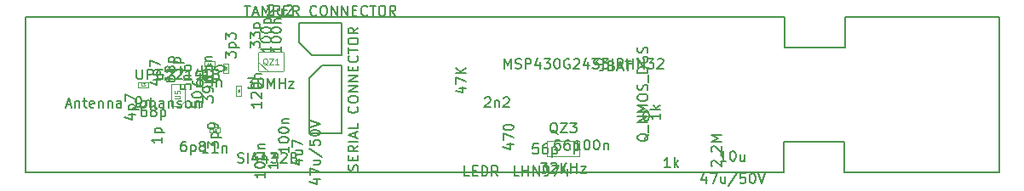
<source format=gbr>
G04 #@! TF.FileFunction,Other,Fab,Top*
%FSLAX46Y46*%
G04 Gerber Fmt 4.6, Leading zero omitted, Abs format (unit mm)*
G04 Created by KiCad (PCBNEW 4.0.2+dfsg1-stable) date mer 10 ott 2018 09:07:00 CEST*
%MOMM*%
G01*
G04 APERTURE LIST*
%ADD10C,0.100000*%
%ADD11C,0.200000*%
%ADD12C,0.150000*%
%ADD13C,0.030000*%
%ADD14C,0.090000*%
%ADD15C,0.075000*%
G04 APERTURE END LIST*
D10*
D11*
X173690280Y-115443000D02*
X98295460Y-115443000D01*
X195072000Y-115443000D02*
X179682660Y-115443000D01*
X179682660Y-112410240D02*
X179682660Y-115443000D01*
X173692820Y-112410240D02*
X179682660Y-112410240D01*
X173692820Y-112410240D02*
X173692820Y-115437920D01*
X173776640Y-99949000D02*
X98298000Y-99949000D01*
X195072000Y-99949000D02*
X179778660Y-99949000D01*
X179778660Y-99949000D02*
X179778660Y-103047800D01*
X173776640Y-103047800D02*
X179778660Y-103047800D01*
X173776640Y-99949000D02*
X173776640Y-103047800D01*
X98298000Y-115443000D02*
X98298000Y-99949000D01*
X195072000Y-99949000D02*
X195072000Y-115443000D01*
X126770000Y-103781240D02*
X125500000Y-102511240D01*
X125500000Y-102511240D02*
X125500000Y-100581240D01*
X125500000Y-100581240D02*
X129750000Y-100581240D01*
X129750000Y-100581240D02*
X129750000Y-103781240D01*
X129750000Y-103781240D02*
X126770000Y-103781240D01*
D10*
X115852360Y-105474300D02*
X116352360Y-105474300D01*
X115852360Y-106474300D02*
X115852360Y-105474300D01*
X116352360Y-106474300D02*
X115852360Y-106474300D01*
X116352360Y-105474300D02*
X116352360Y-106474300D01*
X121544900Y-103418360D02*
X123844900Y-103418360D01*
X123844900Y-103418360D02*
X123944900Y-103518360D01*
X123944900Y-103518360D02*
X123944900Y-105318360D01*
X123944900Y-105318360D02*
X123844900Y-105418360D01*
X123844900Y-105418360D02*
X121544900Y-105418360D01*
X121544900Y-105418360D02*
X121444900Y-105318360D01*
X121444900Y-105318360D02*
X121444900Y-103518360D01*
X121444900Y-103518360D02*
X121544900Y-103418360D01*
X121444900Y-104418360D02*
X122444900Y-105418360D01*
X150163000Y-112305000D02*
X150163000Y-113805000D01*
X153363000Y-112305000D02*
X153363000Y-113805000D01*
X150163000Y-112305000D02*
X153363000Y-112305000D01*
X150163000Y-113805000D02*
X153363000Y-113805000D01*
D11*
X126518020Y-106048360D02*
X127788020Y-104778360D01*
X127788020Y-104778360D02*
X129718020Y-104778360D01*
X129718020Y-104778360D02*
X129718020Y-111528360D01*
X129718020Y-111528360D02*
X126518020Y-111528360D01*
X126518020Y-111528360D02*
X126518020Y-106048360D01*
D10*
X116598460Y-111474060D02*
X116598460Y-110974060D01*
X117598460Y-111474060D02*
X116598460Y-111474060D01*
X117598460Y-110974060D02*
X117598460Y-111474060D01*
X116598460Y-110974060D02*
X117598460Y-110974060D01*
X112753780Y-108821400D02*
X113603780Y-108821400D01*
X114103780Y-108321400D02*
X114103780Y-106621400D01*
X112753780Y-108821400D02*
X112753780Y-106621400D01*
X112753780Y-106621400D02*
X114103780Y-106621400D01*
X113603780Y-108821400D02*
X114103780Y-108321400D01*
X116077760Y-104890380D02*
X116077760Y-104390380D01*
X117077760Y-104890380D02*
X116077760Y-104890380D01*
X117077760Y-104390380D02*
X117077760Y-104890380D01*
X116077760Y-104390380D02*
X117077760Y-104390380D01*
X117958020Y-104582760D02*
X118458020Y-104582760D01*
X117958020Y-105582760D02*
X117958020Y-104582760D01*
X118458020Y-105582760D02*
X117958020Y-105582760D01*
X118458020Y-104582760D02*
X118458020Y-105582760D01*
X119738180Y-107815000D02*
X119238180Y-107815000D01*
X119738180Y-106815000D02*
X119738180Y-107815000D01*
X119238180Y-106815000D02*
X119738180Y-106815000D01*
X119238180Y-107815000D02*
X119238180Y-106815000D01*
X109494700Y-106955400D02*
X109494700Y-106455400D01*
X110494700Y-106955400D02*
X109494700Y-106955400D01*
X110494700Y-106455400D02*
X110494700Y-106955400D01*
X109494700Y-106455400D02*
X110494700Y-106455400D01*
D12*
X120077381Y-98833621D02*
X120648810Y-98833621D01*
X120363095Y-99833621D02*
X120363095Y-98833621D01*
X120934524Y-99547907D02*
X121410715Y-99547907D01*
X120839286Y-99833621D02*
X121172619Y-98833621D01*
X121505953Y-99833621D01*
X121839286Y-99833621D02*
X121839286Y-98833621D01*
X122172620Y-99547907D01*
X122505953Y-98833621D01*
X122505953Y-99833621D01*
X122982143Y-99833621D02*
X122982143Y-98833621D01*
X123363096Y-98833621D01*
X123458334Y-98881240D01*
X123505953Y-98928859D01*
X123553572Y-99024097D01*
X123553572Y-99166954D01*
X123505953Y-99262192D01*
X123458334Y-99309811D01*
X123363096Y-99357430D01*
X122982143Y-99357430D01*
X123982143Y-99309811D02*
X124315477Y-99309811D01*
X124458334Y-99833621D02*
X123982143Y-99833621D01*
X123982143Y-98833621D01*
X124458334Y-98833621D01*
X125458334Y-99833621D02*
X125125000Y-99357430D01*
X124886905Y-99833621D02*
X124886905Y-98833621D01*
X125267858Y-98833621D01*
X125363096Y-98881240D01*
X125410715Y-98928859D01*
X125458334Y-99024097D01*
X125458334Y-99166954D01*
X125410715Y-99262192D01*
X125363096Y-99309811D01*
X125267858Y-99357430D01*
X124886905Y-99357430D01*
X127220239Y-99738383D02*
X127172620Y-99786002D01*
X127029763Y-99833621D01*
X126934525Y-99833621D01*
X126791667Y-99786002D01*
X126696429Y-99690764D01*
X126648810Y-99595526D01*
X126601191Y-99405050D01*
X126601191Y-99262192D01*
X126648810Y-99071716D01*
X126696429Y-98976478D01*
X126791667Y-98881240D01*
X126934525Y-98833621D01*
X127029763Y-98833621D01*
X127172620Y-98881240D01*
X127220239Y-98928859D01*
X127839286Y-98833621D02*
X128029763Y-98833621D01*
X128125001Y-98881240D01*
X128220239Y-98976478D01*
X128267858Y-99166954D01*
X128267858Y-99500288D01*
X128220239Y-99690764D01*
X128125001Y-99786002D01*
X128029763Y-99833621D01*
X127839286Y-99833621D01*
X127744048Y-99786002D01*
X127648810Y-99690764D01*
X127601191Y-99500288D01*
X127601191Y-99166954D01*
X127648810Y-98976478D01*
X127744048Y-98881240D01*
X127839286Y-98833621D01*
X128696429Y-99833621D02*
X128696429Y-98833621D01*
X129267858Y-99833621D01*
X129267858Y-98833621D01*
X129744048Y-99833621D02*
X129744048Y-98833621D01*
X130315477Y-99833621D01*
X130315477Y-98833621D01*
X130791667Y-99309811D02*
X131125001Y-99309811D01*
X131267858Y-99833621D02*
X130791667Y-99833621D01*
X130791667Y-98833621D01*
X131267858Y-98833621D01*
X132267858Y-99738383D02*
X132220239Y-99786002D01*
X132077382Y-99833621D01*
X131982144Y-99833621D01*
X131839286Y-99786002D01*
X131744048Y-99690764D01*
X131696429Y-99595526D01*
X131648810Y-99405050D01*
X131648810Y-99262192D01*
X131696429Y-99071716D01*
X131744048Y-98976478D01*
X131839286Y-98881240D01*
X131982144Y-98833621D01*
X132077382Y-98833621D01*
X132220239Y-98881240D01*
X132267858Y-98928859D01*
X132553572Y-98833621D02*
X133125001Y-98833621D01*
X132839286Y-99833621D02*
X132839286Y-98833621D01*
X133648810Y-98833621D02*
X133839287Y-98833621D01*
X133934525Y-98881240D01*
X134029763Y-98976478D01*
X134077382Y-99166954D01*
X134077382Y-99500288D01*
X134029763Y-99690764D01*
X133934525Y-99786002D01*
X133839287Y-99833621D01*
X133648810Y-99833621D01*
X133553572Y-99786002D01*
X133458334Y-99690764D01*
X133410715Y-99500288D01*
X133410715Y-99166954D01*
X133458334Y-98976478D01*
X133553572Y-98881240D01*
X133648810Y-98833621D01*
X135077382Y-99833621D02*
X134744048Y-99357430D01*
X134505953Y-99833621D02*
X134505953Y-98833621D01*
X134886906Y-98833621D01*
X134982144Y-98881240D01*
X135029763Y-98928859D01*
X135077382Y-99024097D01*
X135077382Y-99166954D01*
X135029763Y-99262192D01*
X134982144Y-99309811D01*
X134886906Y-99357430D01*
X134505953Y-99357430D01*
X110266485Y-108883941D02*
X110076008Y-108883941D01*
X109980770Y-108931560D01*
X109933151Y-108979179D01*
X109837913Y-109122036D01*
X109790294Y-109312512D01*
X109790294Y-109693465D01*
X109837913Y-109788703D01*
X109885532Y-109836322D01*
X109980770Y-109883941D01*
X110171247Y-109883941D01*
X110266485Y-109836322D01*
X110314104Y-109788703D01*
X110361723Y-109693465D01*
X110361723Y-109455370D01*
X110314104Y-109360131D01*
X110266485Y-109312512D01*
X110171247Y-109264893D01*
X109980770Y-109264893D01*
X109885532Y-109312512D01*
X109837913Y-109360131D01*
X109790294Y-109455370D01*
X110933151Y-109312512D02*
X110837913Y-109264893D01*
X110790294Y-109217274D01*
X110742675Y-109122036D01*
X110742675Y-109074417D01*
X110790294Y-108979179D01*
X110837913Y-108931560D01*
X110933151Y-108883941D01*
X111123628Y-108883941D01*
X111218866Y-108931560D01*
X111266485Y-108979179D01*
X111314104Y-109074417D01*
X111314104Y-109122036D01*
X111266485Y-109217274D01*
X111218866Y-109264893D01*
X111123628Y-109312512D01*
X110933151Y-109312512D01*
X110837913Y-109360131D01*
X110790294Y-109407750D01*
X110742675Y-109502989D01*
X110742675Y-109693465D01*
X110790294Y-109788703D01*
X110837913Y-109836322D01*
X110933151Y-109883941D01*
X111123628Y-109883941D01*
X111218866Y-109836322D01*
X111266485Y-109788703D01*
X111314104Y-109693465D01*
X111314104Y-109502989D01*
X111266485Y-109407750D01*
X111218866Y-109360131D01*
X111123628Y-109312512D01*
X111742675Y-109217274D02*
X111742675Y-110217274D01*
X111742675Y-109264893D02*
X111837913Y-109217274D01*
X112028390Y-109217274D01*
X112123628Y-109264893D01*
X112171247Y-109312512D01*
X112218866Y-109407750D01*
X112218866Y-109693465D01*
X112171247Y-109788703D01*
X112123628Y-109836322D01*
X112028390Y-109883941D01*
X111837913Y-109883941D01*
X111742675Y-109836322D01*
X111814881Y-111941906D02*
X111814881Y-112513335D01*
X111814881Y-112227621D02*
X110814881Y-112227621D01*
X110957738Y-112322859D01*
X111052976Y-112418097D01*
X111100595Y-112513335D01*
X111148214Y-111513335D02*
X112148214Y-111513335D01*
X111195833Y-111513335D02*
X111148214Y-111418097D01*
X111148214Y-111227620D01*
X111195833Y-111132382D01*
X111243452Y-111084763D01*
X111338690Y-111037144D01*
X111624405Y-111037144D01*
X111719643Y-111084763D01*
X111767262Y-111132382D01*
X111814881Y-111227620D01*
X111814881Y-111418097D01*
X111767262Y-111513335D01*
X123412021Y-114451026D02*
X123412021Y-115022455D01*
X123412021Y-114736741D02*
X122412021Y-114736741D01*
X122554878Y-114831979D01*
X122650116Y-114927217D01*
X122697735Y-115022455D01*
X122745354Y-113593883D02*
X123412021Y-113593883D01*
X122745354Y-114022455D02*
X123269164Y-114022455D01*
X123364402Y-113974836D01*
X123412021Y-113879598D01*
X123412021Y-113736740D01*
X123364402Y-113641502D01*
X123316783Y-113593883D01*
X122386154Y-98851379D02*
X122433773Y-98803760D01*
X122529011Y-98756141D01*
X122767107Y-98756141D01*
X122862345Y-98803760D01*
X122909964Y-98851379D01*
X122957583Y-98946617D01*
X122957583Y-99041855D01*
X122909964Y-99184712D01*
X122338535Y-99756141D01*
X122957583Y-99756141D01*
X123814726Y-99089474D02*
X123814726Y-99756141D01*
X123386154Y-99089474D02*
X123386154Y-99613284D01*
X123433773Y-99708522D01*
X123529011Y-99756141D01*
X123671869Y-99756141D01*
X123767107Y-99708522D01*
X123814726Y-99660903D01*
X124243297Y-98851379D02*
X124290916Y-98803760D01*
X124386154Y-98756141D01*
X124624250Y-98756141D01*
X124719488Y-98803760D01*
X124767107Y-98851379D01*
X124814726Y-98946617D01*
X124814726Y-99041855D01*
X124767107Y-99184712D01*
X124195678Y-99756141D01*
X124814726Y-99756141D01*
X122091021Y-115403407D02*
X122091021Y-115974836D01*
X122091021Y-115689122D02*
X121091021Y-115689122D01*
X121233878Y-115784360D01*
X121329116Y-115879598D01*
X121376735Y-115974836D01*
X121091021Y-114784360D02*
X121091021Y-114689121D01*
X121138640Y-114593883D01*
X121186259Y-114546264D01*
X121281497Y-114498645D01*
X121471973Y-114451026D01*
X121710069Y-114451026D01*
X121900545Y-114498645D01*
X121995783Y-114546264D01*
X122043402Y-114593883D01*
X122091021Y-114689121D01*
X122091021Y-114784360D01*
X122043402Y-114879598D01*
X121995783Y-114927217D01*
X121900545Y-114974836D01*
X121710069Y-115022455D01*
X121471973Y-115022455D01*
X121281497Y-114974836D01*
X121186259Y-114927217D01*
X121138640Y-114879598D01*
X121091021Y-114784360D01*
X121091021Y-113831979D02*
X121091021Y-113736740D01*
X121138640Y-113641502D01*
X121186259Y-113593883D01*
X121281497Y-113546264D01*
X121471973Y-113498645D01*
X121710069Y-113498645D01*
X121900545Y-113546264D01*
X121995783Y-113593883D01*
X122043402Y-113641502D01*
X122091021Y-113736740D01*
X122091021Y-113831979D01*
X122043402Y-113927217D01*
X121995783Y-113974836D01*
X121900545Y-114022455D01*
X121710069Y-114070074D01*
X121471973Y-114070074D01*
X121281497Y-114022455D01*
X121186259Y-113974836D01*
X121138640Y-113927217D01*
X121091021Y-113831979D01*
X121424354Y-113070074D02*
X122091021Y-113070074D01*
X121519592Y-113070074D02*
X121471973Y-113022455D01*
X121424354Y-112927217D01*
X121424354Y-112784359D01*
X121471973Y-112689121D01*
X121567211Y-112641502D01*
X122091021Y-112641502D01*
X116460781Y-113037145D02*
X116460781Y-112418097D01*
X116841733Y-112751431D01*
X116841733Y-112608573D01*
X116889352Y-112513335D01*
X116936971Y-112465716D01*
X117032210Y-112418097D01*
X117270305Y-112418097D01*
X117365543Y-112465716D01*
X117413162Y-112513335D01*
X117460781Y-112608573D01*
X117460781Y-112894288D01*
X117413162Y-112989526D01*
X117365543Y-113037145D01*
X116794114Y-111989526D02*
X117794114Y-111989526D01*
X116841733Y-111989526D02*
X116794114Y-111894288D01*
X116794114Y-111703811D01*
X116841733Y-111608573D01*
X116889352Y-111560954D01*
X116984590Y-111513335D01*
X117270305Y-111513335D01*
X117365543Y-111560954D01*
X117413162Y-111608573D01*
X117460781Y-111703811D01*
X117460781Y-111894288D01*
X117413162Y-111989526D01*
X117460781Y-111037145D02*
X117460781Y-110846669D01*
X117413162Y-110751430D01*
X117365543Y-110703811D01*
X117222686Y-110608573D01*
X117032210Y-110560954D01*
X116651257Y-110560954D01*
X116556019Y-110608573D01*
X116508400Y-110656192D01*
X116460781Y-110751430D01*
X116460781Y-110941907D01*
X116508400Y-111037145D01*
X116556019Y-111084764D01*
X116651257Y-111132383D01*
X116889352Y-111132383D01*
X116984590Y-111084764D01*
X117032210Y-111037145D01*
X117079829Y-110941907D01*
X117079829Y-110751430D01*
X117032210Y-110656192D01*
X116984590Y-110608573D01*
X116889352Y-110560954D01*
X120628061Y-103042245D02*
X120628061Y-102423197D01*
X121009013Y-102756531D01*
X121009013Y-102613673D01*
X121056632Y-102518435D01*
X121104251Y-102470816D01*
X121199490Y-102423197D01*
X121437585Y-102423197D01*
X121532823Y-102470816D01*
X121580442Y-102518435D01*
X121628061Y-102613673D01*
X121628061Y-102899388D01*
X121580442Y-102994626D01*
X121532823Y-103042245D01*
X120628061Y-102089864D02*
X120628061Y-101470816D01*
X121009013Y-101804150D01*
X121009013Y-101661292D01*
X121056632Y-101566054D01*
X121104251Y-101518435D01*
X121199490Y-101470816D01*
X121437585Y-101470816D01*
X121532823Y-101518435D01*
X121580442Y-101566054D01*
X121628061Y-101661292D01*
X121628061Y-101947007D01*
X121580442Y-102042245D01*
X121532823Y-102089864D01*
X120961394Y-101042245D02*
X121961394Y-101042245D01*
X121009013Y-101042245D02*
X120961394Y-100947007D01*
X120961394Y-100756530D01*
X121009013Y-100661292D01*
X121056632Y-100613673D01*
X121151870Y-100566054D01*
X121437585Y-100566054D01*
X121532823Y-100613673D01*
X121580442Y-100661292D01*
X121628061Y-100756530D01*
X121628061Y-100947007D01*
X121580442Y-101042245D01*
X122720061Y-102899387D02*
X122720061Y-103470816D01*
X122720061Y-103185102D02*
X121720061Y-103185102D01*
X121862918Y-103280340D01*
X121958156Y-103375578D01*
X122005775Y-103470816D01*
X121720061Y-102280340D02*
X121720061Y-102185101D01*
X121767680Y-102089863D01*
X121815299Y-102042244D01*
X121910537Y-101994625D01*
X122101013Y-101947006D01*
X122339109Y-101947006D01*
X122529585Y-101994625D01*
X122624823Y-102042244D01*
X122672442Y-102089863D01*
X122720061Y-102185101D01*
X122720061Y-102280340D01*
X122672442Y-102375578D01*
X122624823Y-102423197D01*
X122529585Y-102470816D01*
X122339109Y-102518435D01*
X122101013Y-102518435D01*
X121910537Y-102470816D01*
X121815299Y-102423197D01*
X121767680Y-102375578D01*
X121720061Y-102280340D01*
X121720061Y-101327959D02*
X121720061Y-101232720D01*
X121767680Y-101137482D01*
X121815299Y-101089863D01*
X121910537Y-101042244D01*
X122101013Y-100994625D01*
X122339109Y-100994625D01*
X122529585Y-101042244D01*
X122624823Y-101089863D01*
X122672442Y-101137482D01*
X122720061Y-101232720D01*
X122720061Y-101327959D01*
X122672442Y-101423197D01*
X122624823Y-101470816D01*
X122529585Y-101518435D01*
X122339109Y-101566054D01*
X122101013Y-101566054D01*
X121910537Y-101518435D01*
X121815299Y-101470816D01*
X121767680Y-101423197D01*
X121720061Y-101327959D01*
X122053394Y-100566054D02*
X123053394Y-100566054D01*
X122101013Y-100566054D02*
X122053394Y-100470816D01*
X122053394Y-100280339D01*
X122101013Y-100185101D01*
X122148632Y-100137482D01*
X122243870Y-100089863D01*
X122529585Y-100089863D01*
X122624823Y-100137482D01*
X122672442Y-100185101D01*
X122720061Y-100280339D01*
X122720061Y-100470816D01*
X122672442Y-100566054D01*
X115962941Y-108477845D02*
X115962941Y-107858797D01*
X116343893Y-108192131D01*
X116343893Y-108049273D01*
X116391512Y-107954035D01*
X116439131Y-107906416D01*
X116534370Y-107858797D01*
X116772465Y-107858797D01*
X116867703Y-107906416D01*
X116915322Y-107954035D01*
X116962941Y-108049273D01*
X116962941Y-108334988D01*
X116915322Y-108430226D01*
X116867703Y-108477845D01*
X116962941Y-107382607D02*
X116962941Y-107192131D01*
X116915322Y-107096892D01*
X116867703Y-107049273D01*
X116724846Y-106954035D01*
X116534370Y-106906416D01*
X116153417Y-106906416D01*
X116058179Y-106954035D01*
X116010560Y-107001654D01*
X115962941Y-107096892D01*
X115962941Y-107287369D01*
X116010560Y-107382607D01*
X116058179Y-107430226D01*
X116153417Y-107477845D01*
X116391512Y-107477845D01*
X116486750Y-107430226D01*
X116534370Y-107382607D01*
X116581989Y-107287369D01*
X116581989Y-107096892D01*
X116534370Y-107001654D01*
X116486750Y-106954035D01*
X116391512Y-106906416D01*
X116296274Y-106477845D02*
X117296274Y-106477845D01*
X116343893Y-106477845D02*
X116296274Y-106382607D01*
X116296274Y-106192130D01*
X116343893Y-106096892D01*
X116391512Y-106049273D01*
X116486750Y-106001654D01*
X116772465Y-106001654D01*
X116867703Y-106049273D01*
X116915322Y-106096892D01*
X116962941Y-106192130D01*
X116962941Y-106382607D01*
X116915322Y-106477845D01*
X118194541Y-104056885D02*
X118194541Y-103437837D01*
X118575493Y-103771171D01*
X118575493Y-103628313D01*
X118623112Y-103533075D01*
X118670731Y-103485456D01*
X118765970Y-103437837D01*
X119004065Y-103437837D01*
X119099303Y-103485456D01*
X119146922Y-103533075D01*
X119194541Y-103628313D01*
X119194541Y-103914028D01*
X119146922Y-104009266D01*
X119099303Y-104056885D01*
X118527874Y-103009266D02*
X119527874Y-103009266D01*
X118575493Y-103009266D02*
X118527874Y-102914028D01*
X118527874Y-102723551D01*
X118575493Y-102628313D01*
X118623112Y-102580694D01*
X118718350Y-102533075D01*
X119004065Y-102533075D01*
X119099303Y-102580694D01*
X119146922Y-102628313D01*
X119194541Y-102723551D01*
X119194541Y-102914028D01*
X119146922Y-103009266D01*
X118194541Y-102199742D02*
X118194541Y-101580694D01*
X118575493Y-101914028D01*
X118575493Y-101771170D01*
X118623112Y-101675932D01*
X118670731Y-101628313D01*
X118765970Y-101580694D01*
X119004065Y-101580694D01*
X119099303Y-101628313D01*
X119146922Y-101675932D01*
X119194541Y-101771170D01*
X119194541Y-102056885D01*
X119146922Y-102152123D01*
X119099303Y-102199742D01*
X114944401Y-106342464D02*
X114944401Y-106532941D01*
X114992020Y-106628179D01*
X115039639Y-106675798D01*
X115182496Y-106771036D01*
X115372972Y-106818655D01*
X115753925Y-106818655D01*
X115849163Y-106771036D01*
X115896782Y-106723417D01*
X115944401Y-106628179D01*
X115944401Y-106437702D01*
X115896782Y-106342464D01*
X115849163Y-106294845D01*
X115753925Y-106247226D01*
X115515830Y-106247226D01*
X115420591Y-106294845D01*
X115372972Y-106342464D01*
X115325353Y-106437702D01*
X115325353Y-106628179D01*
X115372972Y-106723417D01*
X115420591Y-106771036D01*
X115515830Y-106818655D01*
X115277734Y-105818655D02*
X116277734Y-105818655D01*
X115325353Y-105818655D02*
X115277734Y-105723417D01*
X115277734Y-105532940D01*
X115325353Y-105437702D01*
X115372972Y-105390083D01*
X115468210Y-105342464D01*
X115753925Y-105342464D01*
X115849163Y-105390083D01*
X115896782Y-105437702D01*
X115944401Y-105532940D01*
X115944401Y-105723417D01*
X115896782Y-105818655D01*
X123711061Y-102899387D02*
X123711061Y-103470816D01*
X123711061Y-103185102D02*
X122711061Y-103185102D01*
X122853918Y-103280340D01*
X122949156Y-103375578D01*
X122996775Y-103470816D01*
X122711061Y-102280340D02*
X122711061Y-102185101D01*
X122758680Y-102089863D01*
X122806299Y-102042244D01*
X122901537Y-101994625D01*
X123092013Y-101947006D01*
X123330109Y-101947006D01*
X123520585Y-101994625D01*
X123615823Y-102042244D01*
X123663442Y-102089863D01*
X123711061Y-102185101D01*
X123711061Y-102280340D01*
X123663442Y-102375578D01*
X123615823Y-102423197D01*
X123520585Y-102470816D01*
X123330109Y-102518435D01*
X123092013Y-102518435D01*
X122901537Y-102470816D01*
X122806299Y-102423197D01*
X122758680Y-102375578D01*
X122711061Y-102280340D01*
X122711061Y-101327959D02*
X122711061Y-101232720D01*
X122758680Y-101137482D01*
X122806299Y-101089863D01*
X122901537Y-101042244D01*
X123092013Y-100994625D01*
X123330109Y-100994625D01*
X123520585Y-101042244D01*
X123615823Y-101089863D01*
X123663442Y-101137482D01*
X123711061Y-101232720D01*
X123711061Y-101327959D01*
X123663442Y-101423197D01*
X123615823Y-101470816D01*
X123520585Y-101518435D01*
X123330109Y-101566054D01*
X123092013Y-101566054D01*
X122901537Y-101518435D01*
X122806299Y-101470816D01*
X122758680Y-101423197D01*
X122711061Y-101327959D01*
X123044394Y-100566054D02*
X123711061Y-100566054D01*
X123139632Y-100566054D02*
X123092013Y-100518435D01*
X123044394Y-100423197D01*
X123044394Y-100280339D01*
X123092013Y-100185101D01*
X123187251Y-100137482D01*
X123711061Y-100137482D01*
X126900594Y-116150377D02*
X127567261Y-116150377D01*
X126519642Y-116388473D02*
X127233928Y-116626568D01*
X127233928Y-116007520D01*
X126567261Y-115721806D02*
X126567261Y-115055139D01*
X127567261Y-115483711D01*
X126900594Y-114245615D02*
X127567261Y-114245615D01*
X126900594Y-114674187D02*
X127424404Y-114674187D01*
X127519642Y-114626568D01*
X127567261Y-114531330D01*
X127567261Y-114388472D01*
X127519642Y-114293234D01*
X127472023Y-114245615D01*
X126519642Y-113055139D02*
X127805356Y-113912282D01*
X126567261Y-112245615D02*
X126567261Y-112721806D01*
X127043451Y-112769425D01*
X126995832Y-112721806D01*
X126948213Y-112626568D01*
X126948213Y-112388472D01*
X126995832Y-112293234D01*
X127043451Y-112245615D01*
X127138690Y-112197996D01*
X127376785Y-112197996D01*
X127472023Y-112245615D01*
X127519642Y-112293234D01*
X127567261Y-112388472D01*
X127567261Y-112626568D01*
X127519642Y-112721806D01*
X127472023Y-112769425D01*
X126567261Y-111578949D02*
X126567261Y-111483710D01*
X126614880Y-111388472D01*
X126662499Y-111340853D01*
X126757737Y-111293234D01*
X126948213Y-111245615D01*
X127186309Y-111245615D01*
X127376785Y-111293234D01*
X127472023Y-111340853D01*
X127519642Y-111388472D01*
X127567261Y-111483710D01*
X127567261Y-111578949D01*
X127519642Y-111674187D01*
X127472023Y-111721806D01*
X127376785Y-111769425D01*
X127186309Y-111817044D01*
X126948213Y-111817044D01*
X126757737Y-111769425D01*
X126662499Y-111721806D01*
X126614880Y-111674187D01*
X126567261Y-111578949D01*
X126567261Y-110959901D02*
X127567261Y-110626568D01*
X126567261Y-110293234D01*
X124462061Y-112881587D02*
X124462061Y-113453016D01*
X124462061Y-113167302D02*
X123462061Y-113167302D01*
X123604918Y-113262540D01*
X123700156Y-113357778D01*
X123747775Y-113453016D01*
X123462061Y-112262540D02*
X123462061Y-112167301D01*
X123509680Y-112072063D01*
X123557299Y-112024444D01*
X123652537Y-111976825D01*
X123843013Y-111929206D01*
X124081109Y-111929206D01*
X124271585Y-111976825D01*
X124366823Y-112024444D01*
X124414442Y-112072063D01*
X124462061Y-112167301D01*
X124462061Y-112262540D01*
X124414442Y-112357778D01*
X124366823Y-112405397D01*
X124271585Y-112453016D01*
X124081109Y-112500635D01*
X123843013Y-112500635D01*
X123652537Y-112453016D01*
X123557299Y-112405397D01*
X123509680Y-112357778D01*
X123462061Y-112262540D01*
X123462061Y-111310159D02*
X123462061Y-111214920D01*
X123509680Y-111119682D01*
X123557299Y-111072063D01*
X123652537Y-111024444D01*
X123843013Y-110976825D01*
X124081109Y-110976825D01*
X124271585Y-111024444D01*
X124366823Y-111072063D01*
X124414442Y-111119682D01*
X124462061Y-111214920D01*
X124462061Y-111310159D01*
X124414442Y-111405397D01*
X124366823Y-111453016D01*
X124271585Y-111500635D01*
X124081109Y-111548254D01*
X123843013Y-111548254D01*
X123652537Y-111500635D01*
X123557299Y-111453016D01*
X123509680Y-111405397D01*
X123462061Y-111310159D01*
X123795394Y-110548254D02*
X124462061Y-110548254D01*
X123890632Y-110548254D02*
X123843013Y-110500635D01*
X123795394Y-110405397D01*
X123795394Y-110262539D01*
X123843013Y-110167301D01*
X123938251Y-110119682D01*
X124462061Y-110119682D01*
X114215005Y-112373901D02*
X114024528Y-112373901D01*
X113929290Y-112421520D01*
X113881671Y-112469139D01*
X113786433Y-112611996D01*
X113738814Y-112802472D01*
X113738814Y-113183425D01*
X113786433Y-113278663D01*
X113834052Y-113326282D01*
X113929290Y-113373901D01*
X114119767Y-113373901D01*
X114215005Y-113326282D01*
X114262624Y-113278663D01*
X114310243Y-113183425D01*
X114310243Y-112945330D01*
X114262624Y-112850091D01*
X114215005Y-112802472D01*
X114119767Y-112754853D01*
X113929290Y-112754853D01*
X113834052Y-112802472D01*
X113786433Y-112850091D01*
X113738814Y-112945330D01*
X114738814Y-112707234D02*
X114738814Y-113707234D01*
X114738814Y-112754853D02*
X114834052Y-112707234D01*
X115024529Y-112707234D01*
X115119767Y-112754853D01*
X115167386Y-112802472D01*
X115215005Y-112897710D01*
X115215005Y-113183425D01*
X115167386Y-113278663D01*
X115119767Y-113326282D01*
X115024529Y-113373901D01*
X114834052Y-113373901D01*
X114738814Y-113326282D01*
X115786433Y-112802472D02*
X115691195Y-112754853D01*
X115643576Y-112707234D01*
X115595957Y-112611996D01*
X115595957Y-112564377D01*
X115643576Y-112469139D01*
X115691195Y-112421520D01*
X115786433Y-112373901D01*
X115976910Y-112373901D01*
X116072148Y-112421520D01*
X116119767Y-112469139D01*
X116167386Y-112564377D01*
X116167386Y-112611996D01*
X116119767Y-112707234D01*
X116072148Y-112754853D01*
X115976910Y-112802472D01*
X115786433Y-112802472D01*
X115691195Y-112850091D01*
X115643576Y-112897710D01*
X115595957Y-112992949D01*
X115595957Y-113183425D01*
X115643576Y-113278663D01*
X115691195Y-113326282D01*
X115786433Y-113373901D01*
X115976910Y-113373901D01*
X116072148Y-113326282D01*
X116119767Y-113278663D01*
X116167386Y-113183425D01*
X116167386Y-112992949D01*
X116119767Y-112897710D01*
X116072148Y-112850091D01*
X115976910Y-112802472D01*
X113734581Y-104964526D02*
X113734581Y-105535955D01*
X113734581Y-105250241D02*
X112734581Y-105250241D01*
X112877438Y-105345479D01*
X112972676Y-105440717D01*
X113020295Y-105535955D01*
X113067914Y-104535955D02*
X114067914Y-104535955D01*
X113115533Y-104535955D02*
X113067914Y-104440717D01*
X113067914Y-104250240D01*
X113115533Y-104155002D01*
X113163152Y-104107383D01*
X113258390Y-104059764D01*
X113544105Y-104059764D01*
X113639343Y-104107383D01*
X113686962Y-104155002D01*
X113734581Y-104250240D01*
X113734581Y-104440717D01*
X113686962Y-104535955D01*
X112159061Y-105928295D02*
X112159061Y-106118772D01*
X112206680Y-106214010D01*
X112254299Y-106261629D01*
X112397156Y-106356867D01*
X112587632Y-106404486D01*
X112968585Y-106404486D01*
X113063823Y-106356867D01*
X113111442Y-106309248D01*
X113159061Y-106214010D01*
X113159061Y-106023533D01*
X113111442Y-105928295D01*
X113063823Y-105880676D01*
X112968585Y-105833057D01*
X112730490Y-105833057D01*
X112635251Y-105880676D01*
X112587632Y-105928295D01*
X112540013Y-106023533D01*
X112540013Y-106214010D01*
X112587632Y-106309248D01*
X112635251Y-106356867D01*
X112730490Y-106404486D01*
X112587632Y-105261629D02*
X112540013Y-105356867D01*
X112492394Y-105404486D01*
X112397156Y-105452105D01*
X112349537Y-105452105D01*
X112254299Y-105404486D01*
X112206680Y-105356867D01*
X112159061Y-105261629D01*
X112159061Y-105071152D01*
X112206680Y-104975914D01*
X112254299Y-104928295D01*
X112349537Y-104880676D01*
X112397156Y-104880676D01*
X112492394Y-104928295D01*
X112540013Y-104975914D01*
X112587632Y-105071152D01*
X112587632Y-105261629D01*
X112635251Y-105356867D01*
X112682870Y-105404486D01*
X112778109Y-105452105D01*
X112968585Y-105452105D01*
X113063823Y-105404486D01*
X113111442Y-105356867D01*
X113159061Y-105261629D01*
X113159061Y-105071152D01*
X113111442Y-104975914D01*
X113063823Y-104928295D01*
X112968585Y-104880676D01*
X112778109Y-104880676D01*
X112682870Y-104928295D01*
X112635251Y-104975914D01*
X112587632Y-105071152D01*
X112492394Y-104452105D02*
X113492394Y-104452105D01*
X112540013Y-104452105D02*
X112492394Y-104356867D01*
X112492394Y-104166390D01*
X112540013Y-104071152D01*
X112587632Y-104023533D01*
X112682870Y-103975914D01*
X112968585Y-103975914D01*
X113063823Y-104023533D01*
X113111442Y-104071152D01*
X113159061Y-104166390D01*
X113159061Y-104356867D01*
X113111442Y-104452105D01*
X165935143Y-115880714D02*
X165935143Y-116547381D01*
X165697047Y-115499762D02*
X165458952Y-116214048D01*
X166078000Y-116214048D01*
X166363714Y-115547381D02*
X167030381Y-115547381D01*
X166601809Y-116547381D01*
X167839905Y-115880714D02*
X167839905Y-116547381D01*
X167411333Y-115880714D02*
X167411333Y-116404524D01*
X167458952Y-116499762D01*
X167554190Y-116547381D01*
X167697048Y-116547381D01*
X167792286Y-116499762D01*
X167839905Y-116452143D01*
X169030381Y-115499762D02*
X168173238Y-116785476D01*
X169839905Y-115547381D02*
X169363714Y-115547381D01*
X169316095Y-116023571D01*
X169363714Y-115975952D01*
X169458952Y-115928333D01*
X169697048Y-115928333D01*
X169792286Y-115975952D01*
X169839905Y-116023571D01*
X169887524Y-116118810D01*
X169887524Y-116356905D01*
X169839905Y-116452143D01*
X169792286Y-116499762D01*
X169697048Y-116547381D01*
X169458952Y-116547381D01*
X169363714Y-116499762D01*
X169316095Y-116452143D01*
X170506571Y-115547381D02*
X170601810Y-115547381D01*
X170697048Y-115595000D01*
X170744667Y-115642619D01*
X170792286Y-115737857D01*
X170839905Y-115928333D01*
X170839905Y-116166429D01*
X170792286Y-116356905D01*
X170744667Y-116452143D01*
X170697048Y-116499762D01*
X170601810Y-116547381D01*
X170506571Y-116547381D01*
X170411333Y-116499762D01*
X170363714Y-116452143D01*
X170316095Y-116356905D01*
X170268476Y-116166429D01*
X170268476Y-115928333D01*
X170316095Y-115737857D01*
X170363714Y-115642619D01*
X170411333Y-115595000D01*
X170506571Y-115547381D01*
X171125619Y-115547381D02*
X171458952Y-116547381D01*
X171792286Y-115547381D01*
X108539114Y-109701555D02*
X109205781Y-109701555D01*
X108158162Y-109939651D02*
X108872448Y-110177746D01*
X108872448Y-109558698D01*
X108539114Y-109177746D02*
X109539114Y-109177746D01*
X108586733Y-109177746D02*
X108539114Y-109082508D01*
X108539114Y-108892031D01*
X108586733Y-108796793D01*
X108634352Y-108749174D01*
X108729590Y-108701555D01*
X109015305Y-108701555D01*
X109110543Y-108749174D01*
X109158162Y-108796793D01*
X109205781Y-108892031D01*
X109205781Y-109082508D01*
X109158162Y-109177746D01*
X108205781Y-108368222D02*
X108205781Y-107701555D01*
X109205781Y-108130127D01*
X153437173Y-113204981D02*
X152865744Y-113204981D01*
X153151458Y-113204981D02*
X153151458Y-112204981D01*
X153056220Y-112347838D01*
X152960982Y-112443076D01*
X152865744Y-112490695D01*
X154056220Y-112204981D02*
X154151459Y-112204981D01*
X154246697Y-112252600D01*
X154294316Y-112300219D01*
X154341935Y-112395457D01*
X154389554Y-112585933D01*
X154389554Y-112824029D01*
X154341935Y-113014505D01*
X154294316Y-113109743D01*
X154246697Y-113157362D01*
X154151459Y-113204981D01*
X154056220Y-113204981D01*
X153960982Y-113157362D01*
X153913363Y-113109743D01*
X153865744Y-113014505D01*
X153818125Y-112824029D01*
X153818125Y-112585933D01*
X153865744Y-112395457D01*
X153913363Y-112300219D01*
X153960982Y-112252600D01*
X154056220Y-112204981D01*
X155008601Y-112204981D02*
X155103840Y-112204981D01*
X155199078Y-112252600D01*
X155246697Y-112300219D01*
X155294316Y-112395457D01*
X155341935Y-112585933D01*
X155341935Y-112824029D01*
X155294316Y-113014505D01*
X155246697Y-113109743D01*
X155199078Y-113157362D01*
X155103840Y-113204981D01*
X155008601Y-113204981D01*
X154913363Y-113157362D01*
X154865744Y-113109743D01*
X154818125Y-113014505D01*
X154770506Y-112824029D01*
X154770506Y-112585933D01*
X154818125Y-112395457D01*
X154865744Y-112300219D01*
X154913363Y-112252600D01*
X155008601Y-112204981D01*
X155770506Y-112538314D02*
X155770506Y-113204981D01*
X155770506Y-112633552D02*
X155818125Y-112585933D01*
X155913363Y-112538314D01*
X156056221Y-112538314D01*
X156151459Y-112585933D01*
X156199078Y-112681171D01*
X156199078Y-113204981D01*
X111023214Y-106238175D02*
X111689881Y-106238175D01*
X110642262Y-106476271D02*
X111356548Y-106714366D01*
X111356548Y-106095318D01*
X111023214Y-105714366D02*
X112023214Y-105714366D01*
X111070833Y-105714366D02*
X111023214Y-105619128D01*
X111023214Y-105428651D01*
X111070833Y-105333413D01*
X111118452Y-105285794D01*
X111213690Y-105238175D01*
X111499405Y-105238175D01*
X111594643Y-105285794D01*
X111642262Y-105333413D01*
X111689881Y-105428651D01*
X111689881Y-105619128D01*
X111642262Y-105714366D01*
X110689881Y-104904842D02*
X110689881Y-104238175D01*
X111689881Y-104666747D01*
X151426744Y-112229981D02*
X150950553Y-112229981D01*
X150902934Y-112706171D01*
X150950553Y-112658552D01*
X151045791Y-112610933D01*
X151283887Y-112610933D01*
X151379125Y-112658552D01*
X151426744Y-112706171D01*
X151474363Y-112801410D01*
X151474363Y-113039505D01*
X151426744Y-113134743D01*
X151379125Y-113182362D01*
X151283887Y-113229981D01*
X151045791Y-113229981D01*
X150950553Y-113182362D01*
X150902934Y-113134743D01*
X152331506Y-112229981D02*
X152141029Y-112229981D01*
X152045791Y-112277600D01*
X151998172Y-112325219D01*
X151902934Y-112468076D01*
X151855315Y-112658552D01*
X151855315Y-113039505D01*
X151902934Y-113134743D01*
X151950553Y-113182362D01*
X152045791Y-113229981D01*
X152236268Y-113229981D01*
X152331506Y-113182362D01*
X152379125Y-113134743D01*
X152426744Y-113039505D01*
X152426744Y-112801410D01*
X152379125Y-112706171D01*
X152331506Y-112658552D01*
X152236268Y-112610933D01*
X152045791Y-112610933D01*
X151950553Y-112658552D01*
X151902934Y-112706171D01*
X151855315Y-112801410D01*
X152855315Y-112563314D02*
X152855315Y-113563314D01*
X152855315Y-112610933D02*
X152950553Y-112563314D01*
X153141030Y-112563314D01*
X153236268Y-112610933D01*
X153283887Y-112658552D01*
X153331506Y-112753790D01*
X153331506Y-113039505D01*
X153283887Y-113134743D01*
X153236268Y-113182362D01*
X153141030Y-113229981D01*
X152950553Y-113229981D01*
X152855315Y-113182362D01*
X149243524Y-112607381D02*
X148767333Y-112607381D01*
X148719714Y-113083571D01*
X148767333Y-113035952D01*
X148862571Y-112988333D01*
X149100667Y-112988333D01*
X149195905Y-113035952D01*
X149243524Y-113083571D01*
X149291143Y-113178810D01*
X149291143Y-113416905D01*
X149243524Y-113512143D01*
X149195905Y-113559762D01*
X149100667Y-113607381D01*
X148862571Y-113607381D01*
X148767333Y-113559762D01*
X148719714Y-113512143D01*
X150148286Y-112607381D02*
X149957809Y-112607381D01*
X149862571Y-112655000D01*
X149814952Y-112702619D01*
X149719714Y-112845476D01*
X149672095Y-113035952D01*
X149672095Y-113416905D01*
X149719714Y-113512143D01*
X149767333Y-113559762D01*
X149862571Y-113607381D01*
X150053048Y-113607381D01*
X150148286Y-113559762D01*
X150195905Y-113512143D01*
X150243524Y-113416905D01*
X150243524Y-113178810D01*
X150195905Y-113083571D01*
X150148286Y-113035952D01*
X150053048Y-112988333D01*
X149862571Y-112988333D01*
X149767333Y-113035952D01*
X149719714Y-113083571D01*
X149672095Y-113178810D01*
X150672095Y-112940714D02*
X150672095Y-113940714D01*
X150672095Y-112988333D02*
X150767333Y-112940714D01*
X150957810Y-112940714D01*
X151053048Y-112988333D01*
X151100667Y-113035952D01*
X151148286Y-113131190D01*
X151148286Y-113416905D01*
X151100667Y-113512143D01*
X151053048Y-113559762D01*
X150957810Y-113607381D01*
X150767333Y-113607381D01*
X150672095Y-113559762D01*
X143950974Y-108052479D02*
X143998593Y-108004860D01*
X144093831Y-107957241D01*
X144331927Y-107957241D01*
X144427165Y-108004860D01*
X144474784Y-108052479D01*
X144522403Y-108147717D01*
X144522403Y-108242955D01*
X144474784Y-108385812D01*
X143903355Y-108957241D01*
X144522403Y-108957241D01*
X144950974Y-108290574D02*
X144950974Y-108957241D01*
X144950974Y-108385812D02*
X144998593Y-108338193D01*
X145093831Y-108290574D01*
X145236689Y-108290574D01*
X145331927Y-108338193D01*
X145379546Y-108433431D01*
X145379546Y-108957241D01*
X145808117Y-108052479D02*
X145855736Y-108004860D01*
X145950974Y-107957241D01*
X146189070Y-107957241D01*
X146284308Y-108004860D01*
X146331927Y-108052479D01*
X146379546Y-108147717D01*
X146379546Y-108242955D01*
X146331927Y-108385812D01*
X145760498Y-108957241D01*
X146379546Y-108957241D01*
X142421143Y-115816381D02*
X141944952Y-115816381D01*
X141944952Y-114816381D01*
X142754476Y-115292571D02*
X143087810Y-115292571D01*
X143230667Y-115816381D02*
X142754476Y-115816381D01*
X142754476Y-114816381D01*
X143230667Y-114816381D01*
X143659238Y-115816381D02*
X143659238Y-114816381D01*
X143897333Y-114816381D01*
X144040191Y-114864000D01*
X144135429Y-114959238D01*
X144183048Y-115054476D01*
X144230667Y-115244952D01*
X144230667Y-115387810D01*
X144183048Y-115578286D01*
X144135429Y-115673524D01*
X144040191Y-115768762D01*
X143897333Y-115816381D01*
X143659238Y-115816381D01*
X145230667Y-115816381D02*
X144897333Y-115340190D01*
X144659238Y-115816381D02*
X144659238Y-114816381D01*
X145040191Y-114816381D01*
X145135429Y-114864000D01*
X145183048Y-114911619D01*
X145230667Y-115006857D01*
X145230667Y-115149714D01*
X145183048Y-115244952D01*
X145135429Y-115292571D01*
X145040191Y-115340190D01*
X144659238Y-115340190D01*
X145659238Y-115435429D02*
X146421143Y-115435429D01*
X147373524Y-115816381D02*
X146897333Y-115816381D01*
X146897333Y-114816381D01*
X147706857Y-115816381D02*
X147706857Y-114816381D01*
X147706857Y-115292571D02*
X148278286Y-115292571D01*
X148278286Y-115816381D02*
X148278286Y-114816381D01*
X148754476Y-115816381D02*
X148754476Y-114816381D01*
X149325905Y-115816381D01*
X149325905Y-114816381D01*
X149849714Y-115816381D02*
X150040190Y-115816381D01*
X150135429Y-115768762D01*
X150183048Y-115721143D01*
X150278286Y-115578286D01*
X150325905Y-115387810D01*
X150325905Y-115006857D01*
X150278286Y-114911619D01*
X150230667Y-114864000D01*
X150135429Y-114816381D01*
X149944952Y-114816381D01*
X149849714Y-114864000D01*
X149802095Y-114911619D01*
X149754476Y-115006857D01*
X149754476Y-115244952D01*
X149802095Y-115340190D01*
X149849714Y-115387810D01*
X149944952Y-115435429D01*
X150135429Y-115435429D01*
X150230667Y-115387810D01*
X150278286Y-115340190D01*
X150325905Y-115244952D01*
X150659238Y-114816381D02*
X151325905Y-114816381D01*
X150897333Y-115816381D01*
X152135429Y-115149714D02*
X152135429Y-115816381D01*
X151897333Y-114768762D02*
X151659238Y-115483048D01*
X152278286Y-115483048D01*
X113754741Y-106664776D02*
X113754741Y-107140967D01*
X114230931Y-107188586D01*
X114183312Y-107140967D01*
X114135693Y-107045729D01*
X114135693Y-106807633D01*
X114183312Y-106712395D01*
X114230931Y-106664776D01*
X114326170Y-106617157D01*
X114564265Y-106617157D01*
X114659503Y-106664776D01*
X114707122Y-106712395D01*
X114754741Y-106807633D01*
X114754741Y-107045729D01*
X114707122Y-107140967D01*
X114659503Y-107188586D01*
X114088074Y-106188586D02*
X114754741Y-106188586D01*
X114183312Y-106188586D02*
X114135693Y-106140967D01*
X114088074Y-106045729D01*
X114088074Y-105902871D01*
X114135693Y-105807633D01*
X114230931Y-105760014D01*
X114754741Y-105760014D01*
X113754741Y-104855252D02*
X113754741Y-105045729D01*
X113802360Y-105140967D01*
X113849979Y-105188586D01*
X113992836Y-105283824D01*
X114183312Y-105331443D01*
X114564265Y-105331443D01*
X114659503Y-105283824D01*
X114707122Y-105236205D01*
X114754741Y-105140967D01*
X114754741Y-104950490D01*
X114707122Y-104855252D01*
X114659503Y-104807633D01*
X114564265Y-104760014D01*
X114326170Y-104760014D01*
X114230931Y-104807633D01*
X114183312Y-104855252D01*
X114135693Y-104950490D01*
X114135693Y-105140967D01*
X114183312Y-105236205D01*
X114230931Y-105283824D01*
X114326170Y-105331443D01*
D13*
X116192836Y-106102871D02*
X116192836Y-106198109D01*
X115992836Y-106198109D01*
X116192836Y-105931442D02*
X116192836Y-106045728D01*
X116192836Y-105988585D02*
X115992836Y-105988585D01*
X116021408Y-106007633D01*
X116040455Y-106026680D01*
X116049979Y-106045728D01*
X116192836Y-105740966D02*
X116192836Y-105855252D01*
X116192836Y-105798109D02*
X115992836Y-105798109D01*
X116021408Y-105817157D01*
X116040455Y-105836204D01*
X116049979Y-105855252D01*
D12*
X160231619Y-111601381D02*
X160184000Y-111696619D01*
X160088762Y-111791857D01*
X159945905Y-111934714D01*
X159898286Y-112029953D01*
X159898286Y-112125191D01*
X160136381Y-112077572D02*
X160088762Y-112172810D01*
X159993524Y-112268048D01*
X159803048Y-112315667D01*
X159469714Y-112315667D01*
X159279238Y-112268048D01*
X159184000Y-112172810D01*
X159136381Y-112077572D01*
X159136381Y-111887095D01*
X159184000Y-111791857D01*
X159279238Y-111696619D01*
X159469714Y-111649000D01*
X159803048Y-111649000D01*
X159993524Y-111696619D01*
X160088762Y-111791857D01*
X160136381Y-111887095D01*
X160136381Y-112077572D01*
X160231619Y-111458524D02*
X160231619Y-110696619D01*
X160136381Y-110458524D02*
X159136381Y-110458524D01*
X160136381Y-109887095D01*
X159136381Y-109887095D01*
X160136381Y-109410905D02*
X159136381Y-109410905D01*
X159850667Y-109077571D01*
X159136381Y-108744238D01*
X160136381Y-108744238D01*
X159136381Y-108077572D02*
X159136381Y-107887095D01*
X159184000Y-107791857D01*
X159279238Y-107696619D01*
X159469714Y-107649000D01*
X159803048Y-107649000D01*
X159993524Y-107696619D01*
X160088762Y-107791857D01*
X160136381Y-107887095D01*
X160136381Y-108077572D01*
X160088762Y-108172810D01*
X159993524Y-108268048D01*
X159803048Y-108315667D01*
X159469714Y-108315667D01*
X159279238Y-108268048D01*
X159184000Y-108172810D01*
X159136381Y-108077572D01*
X160088762Y-107268048D02*
X160136381Y-107125191D01*
X160136381Y-106887095D01*
X160088762Y-106791857D01*
X160041143Y-106744238D01*
X159945905Y-106696619D01*
X159850667Y-106696619D01*
X159755429Y-106744238D01*
X159707810Y-106791857D01*
X159660190Y-106887095D01*
X159612571Y-107077572D01*
X159564952Y-107172810D01*
X159517333Y-107220429D01*
X159422095Y-107268048D01*
X159326857Y-107268048D01*
X159231619Y-107220429D01*
X159184000Y-107172810D01*
X159136381Y-107077572D01*
X159136381Y-106839476D01*
X159184000Y-106696619D01*
X160231619Y-106506143D02*
X160231619Y-105744238D01*
X160136381Y-105506143D02*
X159136381Y-105506143D01*
X159136381Y-105268048D01*
X159184000Y-105125190D01*
X159279238Y-105029952D01*
X159374476Y-104982333D01*
X159564952Y-104934714D01*
X159707810Y-104934714D01*
X159898286Y-104982333D01*
X159993524Y-105029952D01*
X160088762Y-105125190D01*
X160136381Y-105268048D01*
X160136381Y-105506143D01*
X159184000Y-103982333D02*
X159136381Y-104077571D01*
X159136381Y-104220428D01*
X159184000Y-104363286D01*
X159279238Y-104458524D01*
X159374476Y-104506143D01*
X159564952Y-104553762D01*
X159707810Y-104553762D01*
X159898286Y-104506143D01*
X159993524Y-104458524D01*
X160088762Y-104363286D01*
X160136381Y-104220428D01*
X160136381Y-104125190D01*
X160088762Y-103982333D01*
X160041143Y-103934714D01*
X159707810Y-103934714D01*
X159707810Y-104125190D01*
X160088762Y-103553762D02*
X160136381Y-103410905D01*
X160136381Y-103172809D01*
X160088762Y-103077571D01*
X160041143Y-103029952D01*
X159945905Y-102982333D01*
X159850667Y-102982333D01*
X159755429Y-103029952D01*
X159707810Y-103077571D01*
X159660190Y-103172809D01*
X159612571Y-103363286D01*
X159564952Y-103458524D01*
X159517333Y-103506143D01*
X159422095Y-103553762D01*
X159326857Y-103553762D01*
X159231619Y-103506143D01*
X159184000Y-103458524D01*
X159136381Y-103363286D01*
X159136381Y-103125190D01*
X159184000Y-102982333D01*
X120385376Y-106070741D02*
X121004424Y-106070741D01*
X120671090Y-106451693D01*
X120813948Y-106451693D01*
X120909186Y-106499312D01*
X120956805Y-106546931D01*
X121004424Y-106642170D01*
X121004424Y-106880265D01*
X120956805Y-106975503D01*
X120909186Y-107023122D01*
X120813948Y-107070741D01*
X120528233Y-107070741D01*
X120432995Y-107023122D01*
X120385376Y-106975503D01*
X121623471Y-106070741D02*
X121718710Y-106070741D01*
X121813948Y-106118360D01*
X121861567Y-106165979D01*
X121909186Y-106261217D01*
X121956805Y-106451693D01*
X121956805Y-106689789D01*
X121909186Y-106880265D01*
X121861567Y-106975503D01*
X121813948Y-107023122D01*
X121718710Y-107070741D01*
X121623471Y-107070741D01*
X121528233Y-107023122D01*
X121480614Y-106975503D01*
X121432995Y-106880265D01*
X121385376Y-106689789D01*
X121385376Y-106451693D01*
X121432995Y-106261217D01*
X121480614Y-106165979D01*
X121528233Y-106118360D01*
X121623471Y-106070741D01*
X122385376Y-107070741D02*
X122385376Y-106070741D01*
X122718710Y-106785027D01*
X123052043Y-106070741D01*
X123052043Y-107070741D01*
X123528233Y-107070741D02*
X123528233Y-106070741D01*
X123528233Y-106546931D02*
X124099662Y-106546931D01*
X124099662Y-107070741D02*
X124099662Y-106070741D01*
X124480614Y-106404074D02*
X125004424Y-106404074D01*
X124480614Y-107070741D01*
X125004424Y-107070741D01*
D14*
X122352043Y-104746931D02*
X122294900Y-104718360D01*
X122237757Y-104661217D01*
X122152043Y-104575503D01*
X122094900Y-104546931D01*
X122037757Y-104546931D01*
X122066329Y-104689789D02*
X122009186Y-104661217D01*
X121952043Y-104604074D01*
X121923472Y-104489789D01*
X121923472Y-104289789D01*
X121952043Y-104175503D01*
X122009186Y-104118360D01*
X122066329Y-104089789D01*
X122180615Y-104089789D01*
X122237757Y-104118360D01*
X122294900Y-104175503D01*
X122323472Y-104289789D01*
X122323472Y-104489789D01*
X122294900Y-104604074D01*
X122237757Y-104661217D01*
X122180615Y-104689789D01*
X122066329Y-104689789D01*
X122523471Y-104089789D02*
X122923471Y-104089789D01*
X122523471Y-104689789D01*
X122923471Y-104689789D01*
X123466329Y-104689789D02*
X123123472Y-104689789D01*
X123294900Y-104689789D02*
X123294900Y-104089789D01*
X123237757Y-104175503D01*
X123180615Y-104232646D01*
X123123472Y-104261217D01*
D12*
X149524905Y-114507381D02*
X150143953Y-114507381D01*
X149810619Y-114888333D01*
X149953477Y-114888333D01*
X150048715Y-114935952D01*
X150096334Y-114983571D01*
X150143953Y-115078810D01*
X150143953Y-115316905D01*
X150096334Y-115412143D01*
X150048715Y-115459762D01*
X149953477Y-115507381D01*
X149667762Y-115507381D01*
X149572524Y-115459762D01*
X149524905Y-115412143D01*
X150524905Y-114602619D02*
X150572524Y-114555000D01*
X150667762Y-114507381D01*
X150905858Y-114507381D01*
X151001096Y-114555000D01*
X151048715Y-114602619D01*
X151096334Y-114697857D01*
X151096334Y-114793095D01*
X151048715Y-114935952D01*
X150477286Y-115507381D01*
X151096334Y-115507381D01*
X151524905Y-115507381D02*
X151524905Y-114507381D01*
X152096334Y-115507381D02*
X151667762Y-114935952D01*
X152096334Y-114507381D02*
X151524905Y-115078810D01*
X152524905Y-115507381D02*
X152524905Y-114507381D01*
X152524905Y-114983571D02*
X153096334Y-114983571D01*
X153096334Y-115507381D02*
X153096334Y-114507381D01*
X153477286Y-114840714D02*
X154001096Y-114840714D01*
X153477286Y-115507381D01*
X154001096Y-115507381D01*
X151191572Y-111602619D02*
X151096334Y-111555000D01*
X151001096Y-111459762D01*
X150858239Y-111316905D01*
X150763000Y-111269286D01*
X150667762Y-111269286D01*
X150715381Y-111507381D02*
X150620143Y-111459762D01*
X150524905Y-111364524D01*
X150477286Y-111174048D01*
X150477286Y-110840714D01*
X150524905Y-110650238D01*
X150620143Y-110555000D01*
X150715381Y-110507381D01*
X150905858Y-110507381D01*
X151001096Y-110555000D01*
X151096334Y-110650238D01*
X151143953Y-110840714D01*
X151143953Y-111174048D01*
X151096334Y-111364524D01*
X151001096Y-111459762D01*
X150905858Y-111507381D01*
X150715381Y-111507381D01*
X151477286Y-110507381D02*
X152143953Y-110507381D01*
X151477286Y-111507381D01*
X152143953Y-111507381D01*
X152429667Y-110507381D02*
X153048715Y-110507381D01*
X152715381Y-110888333D01*
X152858239Y-110888333D01*
X152953477Y-110935952D01*
X153001096Y-110983571D01*
X153048715Y-111078810D01*
X153048715Y-111316905D01*
X153001096Y-111412143D01*
X152953477Y-111459762D01*
X152858239Y-111507381D01*
X152572524Y-111507381D01*
X152477286Y-111459762D01*
X152429667Y-111412143D01*
X114844401Y-108442515D02*
X114844401Y-108918706D01*
X115320591Y-108966325D01*
X115272972Y-108918706D01*
X115225353Y-108823468D01*
X115225353Y-108585372D01*
X115272972Y-108490134D01*
X115320591Y-108442515D01*
X115415830Y-108394896D01*
X115653925Y-108394896D01*
X115749163Y-108442515D01*
X115796782Y-108490134D01*
X115844401Y-108585372D01*
X115844401Y-108823468D01*
X115796782Y-108918706D01*
X115749163Y-108966325D01*
X114844401Y-107775849D02*
X114844401Y-107680610D01*
X114892020Y-107585372D01*
X114939639Y-107537753D01*
X115034877Y-107490134D01*
X115225353Y-107442515D01*
X115463449Y-107442515D01*
X115653925Y-107490134D01*
X115749163Y-107537753D01*
X115796782Y-107585372D01*
X115844401Y-107680610D01*
X115844401Y-107775849D01*
X115796782Y-107871087D01*
X115749163Y-107918706D01*
X115653925Y-107966325D01*
X115463449Y-108013944D01*
X115225353Y-108013944D01*
X115034877Y-107966325D01*
X114939639Y-107918706D01*
X114892020Y-107871087D01*
X114844401Y-107775849D01*
X161363381Y-109575047D02*
X161363381Y-110146476D01*
X161363381Y-109860762D02*
X160363381Y-109860762D01*
X160506238Y-109956000D01*
X160601476Y-110051238D01*
X160649095Y-110146476D01*
X161363381Y-109146476D02*
X160363381Y-109146476D01*
X160982429Y-109051238D02*
X161363381Y-108765523D01*
X160696714Y-108765523D02*
X161077667Y-109146476D01*
X162387953Y-114952381D02*
X161816524Y-114952381D01*
X162102238Y-114952381D02*
X162102238Y-113952381D01*
X162007000Y-114095238D01*
X161911762Y-114190476D01*
X161816524Y-114238095D01*
X162816524Y-114952381D02*
X162816524Y-113952381D01*
X162911762Y-114571429D02*
X163197477Y-114952381D01*
X163197477Y-114285714D02*
X162816524Y-114666667D01*
X166547619Y-114848428D02*
X166500000Y-114800809D01*
X166452381Y-114705571D01*
X166452381Y-114467475D01*
X166500000Y-114372237D01*
X166547619Y-114324618D01*
X166642857Y-114276999D01*
X166738095Y-114276999D01*
X166880952Y-114324618D01*
X167452381Y-114896047D01*
X167452381Y-114276999D01*
X167404762Y-113800809D02*
X167452381Y-113800809D01*
X167547619Y-113848428D01*
X167595238Y-113896047D01*
X166547619Y-113419857D02*
X166500000Y-113372238D01*
X166452381Y-113277000D01*
X166452381Y-113038904D01*
X166500000Y-112943666D01*
X166547619Y-112896047D01*
X166642857Y-112848428D01*
X166738095Y-112848428D01*
X166880952Y-112896047D01*
X167452381Y-113467476D01*
X167452381Y-112848428D01*
X167452381Y-112419857D02*
X166452381Y-112419857D01*
X167166667Y-112086523D01*
X166452381Y-111753190D01*
X167452381Y-111753190D01*
X141414974Y-107056574D02*
X142081641Y-107056574D01*
X141034022Y-107294670D02*
X141748308Y-107532765D01*
X141748308Y-106913717D01*
X141081641Y-106628003D02*
X141081641Y-105961336D01*
X142081641Y-106389908D01*
X142081641Y-105580384D02*
X141081641Y-105580384D01*
X142081641Y-105008955D02*
X141510212Y-105437527D01*
X141081641Y-105008955D02*
X141653070Y-105580384D01*
X146116714Y-112673904D02*
X146783381Y-112673904D01*
X145735762Y-112912000D02*
X146450048Y-113150095D01*
X146450048Y-112531047D01*
X145783381Y-112245333D02*
X145783381Y-111578666D01*
X146783381Y-112007238D01*
X145783381Y-111007238D02*
X145783381Y-110911999D01*
X145831000Y-110816761D01*
X145878619Y-110769142D01*
X145973857Y-110721523D01*
X146164333Y-110673904D01*
X146402429Y-110673904D01*
X146592905Y-110721523D01*
X146688143Y-110769142D01*
X146735762Y-110816761D01*
X146783381Y-110911999D01*
X146783381Y-111007238D01*
X146735762Y-111102476D01*
X146688143Y-111150095D01*
X146592905Y-111197714D01*
X146402429Y-111245333D01*
X146164333Y-111245333D01*
X145973857Y-111197714D01*
X145878619Y-111150095D01*
X145831000Y-111102476D01*
X145783381Y-111007238D01*
X117145641Y-105140119D02*
X117145641Y-105044880D01*
X117193260Y-104949642D01*
X117240879Y-104902023D01*
X117336117Y-104854404D01*
X117526593Y-104806785D01*
X117764689Y-104806785D01*
X117955165Y-104854404D01*
X118050403Y-104902023D01*
X118098022Y-104949642D01*
X118145641Y-105044880D01*
X118145641Y-105140119D01*
X118098022Y-105235357D01*
X118050403Y-105282976D01*
X117955165Y-105330595D01*
X117764689Y-105378214D01*
X117526593Y-105378214D01*
X117336117Y-105330595D01*
X117240879Y-105282976D01*
X117193260Y-105235357D01*
X117145641Y-105140119D01*
X154768381Y-104474619D02*
X154768381Y-104379380D01*
X154816000Y-104284142D01*
X154863619Y-104236523D01*
X154958857Y-104188904D01*
X155149333Y-104141285D01*
X155387429Y-104141285D01*
X155577905Y-104188904D01*
X155673143Y-104236523D01*
X155720762Y-104284142D01*
X155768381Y-104379380D01*
X155768381Y-104474619D01*
X155720762Y-104569857D01*
X155673143Y-104617476D01*
X155577905Y-104665095D01*
X155387429Y-104712714D01*
X155149333Y-104712714D01*
X154958857Y-104665095D01*
X154863619Y-104617476D01*
X154816000Y-104569857D01*
X154768381Y-104474619D01*
X119418309Y-114456062D02*
X119561166Y-114503681D01*
X119799262Y-114503681D01*
X119894500Y-114456062D01*
X119942119Y-114408443D01*
X119989738Y-114313205D01*
X119989738Y-114217967D01*
X119942119Y-114122729D01*
X119894500Y-114075110D01*
X119799262Y-114027490D01*
X119608785Y-113979871D01*
X119513547Y-113932252D01*
X119465928Y-113884633D01*
X119418309Y-113789395D01*
X119418309Y-113694157D01*
X119465928Y-113598919D01*
X119513547Y-113551300D01*
X119608785Y-113503681D01*
X119846881Y-113503681D01*
X119989738Y-113551300D01*
X120418309Y-114503681D02*
X120418309Y-113503681D01*
X121323071Y-113837014D02*
X121323071Y-114503681D01*
X121084975Y-113456062D02*
X120846880Y-114170348D01*
X121465928Y-114170348D01*
X122275452Y-113837014D02*
X122275452Y-114503681D01*
X122037356Y-113456062D02*
X121799261Y-114170348D01*
X122418309Y-114170348D01*
X122704023Y-113503681D02*
X123323071Y-113503681D01*
X122989737Y-113884633D01*
X123132595Y-113884633D01*
X123227833Y-113932252D01*
X123275452Y-113979871D01*
X123323071Y-114075110D01*
X123323071Y-114313205D01*
X123275452Y-114408443D01*
X123227833Y-114456062D01*
X123132595Y-114503681D01*
X122846880Y-114503681D01*
X122751642Y-114456062D01*
X122704023Y-114408443D01*
X123704023Y-113598919D02*
X123751642Y-113551300D01*
X123846880Y-113503681D01*
X124084976Y-113503681D01*
X124180214Y-113551300D01*
X124227833Y-113598919D01*
X124275452Y-113694157D01*
X124275452Y-113789395D01*
X124227833Y-113932252D01*
X123656404Y-114503681D01*
X124275452Y-114503681D01*
X125037357Y-113979871D02*
X125180214Y-114027490D01*
X125227833Y-114075110D01*
X125275452Y-114170348D01*
X125275452Y-114313205D01*
X125227833Y-114408443D01*
X125180214Y-114456062D01*
X125084976Y-114503681D01*
X124704023Y-114503681D01*
X124704023Y-113503681D01*
X125037357Y-113503681D01*
X125132595Y-113551300D01*
X125180214Y-113598919D01*
X125227833Y-113694157D01*
X125227833Y-113789395D01*
X125180214Y-113884633D01*
X125132595Y-113932252D01*
X125037357Y-113979871D01*
X124704023Y-113979871D01*
X145889048Y-105109381D02*
X145889048Y-104109381D01*
X146222382Y-104823667D01*
X146555715Y-104109381D01*
X146555715Y-105109381D01*
X146984286Y-105061762D02*
X147127143Y-105109381D01*
X147365239Y-105109381D01*
X147460477Y-105061762D01*
X147508096Y-105014143D01*
X147555715Y-104918905D01*
X147555715Y-104823667D01*
X147508096Y-104728429D01*
X147460477Y-104680810D01*
X147365239Y-104633190D01*
X147174762Y-104585571D01*
X147079524Y-104537952D01*
X147031905Y-104490333D01*
X146984286Y-104395095D01*
X146984286Y-104299857D01*
X147031905Y-104204619D01*
X147079524Y-104157000D01*
X147174762Y-104109381D01*
X147412858Y-104109381D01*
X147555715Y-104157000D01*
X147984286Y-105109381D02*
X147984286Y-104109381D01*
X148365239Y-104109381D01*
X148460477Y-104157000D01*
X148508096Y-104204619D01*
X148555715Y-104299857D01*
X148555715Y-104442714D01*
X148508096Y-104537952D01*
X148460477Y-104585571D01*
X148365239Y-104633190D01*
X147984286Y-104633190D01*
X149412858Y-104442714D02*
X149412858Y-105109381D01*
X149174762Y-104061762D02*
X148936667Y-104776048D01*
X149555715Y-104776048D01*
X149841429Y-104109381D02*
X150460477Y-104109381D01*
X150127143Y-104490333D01*
X150270001Y-104490333D01*
X150365239Y-104537952D01*
X150412858Y-104585571D01*
X150460477Y-104680810D01*
X150460477Y-104918905D01*
X150412858Y-105014143D01*
X150365239Y-105061762D01*
X150270001Y-105109381D01*
X149984286Y-105109381D01*
X149889048Y-105061762D01*
X149841429Y-105014143D01*
X151079524Y-104109381D02*
X151174763Y-104109381D01*
X151270001Y-104157000D01*
X151317620Y-104204619D01*
X151365239Y-104299857D01*
X151412858Y-104490333D01*
X151412858Y-104728429D01*
X151365239Y-104918905D01*
X151317620Y-105014143D01*
X151270001Y-105061762D01*
X151174763Y-105109381D01*
X151079524Y-105109381D01*
X150984286Y-105061762D01*
X150936667Y-105014143D01*
X150889048Y-104918905D01*
X150841429Y-104728429D01*
X150841429Y-104490333D01*
X150889048Y-104299857D01*
X150936667Y-104204619D01*
X150984286Y-104157000D01*
X151079524Y-104109381D01*
X152365239Y-104157000D02*
X152270001Y-104109381D01*
X152127144Y-104109381D01*
X151984286Y-104157000D01*
X151889048Y-104252238D01*
X151841429Y-104347476D01*
X151793810Y-104537952D01*
X151793810Y-104680810D01*
X151841429Y-104871286D01*
X151889048Y-104966524D01*
X151984286Y-105061762D01*
X152127144Y-105109381D01*
X152222382Y-105109381D01*
X152365239Y-105061762D01*
X152412858Y-105014143D01*
X152412858Y-104680810D01*
X152222382Y-104680810D01*
X152793810Y-104204619D02*
X152841429Y-104157000D01*
X152936667Y-104109381D01*
X153174763Y-104109381D01*
X153270001Y-104157000D01*
X153317620Y-104204619D01*
X153365239Y-104299857D01*
X153365239Y-104395095D01*
X153317620Y-104537952D01*
X152746191Y-105109381D01*
X153365239Y-105109381D01*
X154222382Y-104442714D02*
X154222382Y-105109381D01*
X153984286Y-104061762D02*
X153746191Y-104776048D01*
X154365239Y-104776048D01*
X154650953Y-104109381D02*
X155270001Y-104109381D01*
X154936667Y-104490333D01*
X155079525Y-104490333D01*
X155174763Y-104537952D01*
X155222382Y-104585571D01*
X155270001Y-104680810D01*
X155270001Y-104918905D01*
X155222382Y-105014143D01*
X155174763Y-105061762D01*
X155079525Y-105109381D01*
X154793810Y-105109381D01*
X154698572Y-105061762D01*
X154650953Y-105014143D01*
X155603334Y-104109381D02*
X156222382Y-104109381D01*
X155889048Y-104490333D01*
X156031906Y-104490333D01*
X156127144Y-104537952D01*
X156174763Y-104585571D01*
X156222382Y-104680810D01*
X156222382Y-104918905D01*
X156174763Y-105014143D01*
X156127144Y-105061762D01*
X156031906Y-105109381D01*
X155746191Y-105109381D01*
X155650953Y-105061762D01*
X155603334Y-105014143D01*
X156650953Y-105109381D02*
X156650953Y-104109381D01*
X157698572Y-105109381D02*
X157365238Y-104633190D01*
X157127143Y-105109381D02*
X157127143Y-104109381D01*
X157508096Y-104109381D01*
X157603334Y-104157000D01*
X157650953Y-104204619D01*
X157698572Y-104299857D01*
X157698572Y-104442714D01*
X157650953Y-104537952D01*
X157603334Y-104585571D01*
X157508096Y-104633190D01*
X157127143Y-104633190D01*
X158127143Y-105109381D02*
X158127143Y-104109381D01*
X158127143Y-104585571D02*
X158698572Y-104585571D01*
X158698572Y-105109381D02*
X158698572Y-104109381D01*
X159174762Y-105109381D02*
X159174762Y-104109381D01*
X159746191Y-105109381D01*
X159746191Y-104109381D01*
X160127143Y-104109381D02*
X160746191Y-104109381D01*
X160412857Y-104490333D01*
X160555715Y-104490333D01*
X160650953Y-104537952D01*
X160698572Y-104585571D01*
X160746191Y-104680810D01*
X160746191Y-104918905D01*
X160698572Y-105014143D01*
X160650953Y-105061762D01*
X160555715Y-105109381D01*
X160270000Y-105109381D01*
X160174762Y-105061762D01*
X160127143Y-105014143D01*
X161127143Y-104204619D02*
X161174762Y-104157000D01*
X161270000Y-104109381D01*
X161508096Y-104109381D01*
X161603334Y-104157000D01*
X161650953Y-104204619D01*
X161698572Y-104299857D01*
X161698572Y-104395095D01*
X161650953Y-104537952D01*
X161079524Y-105109381D01*
X161698572Y-105109381D01*
X155731534Y-104326001D02*
X155731534Y-105040287D01*
X155683914Y-105183144D01*
X155588676Y-105278382D01*
X155445819Y-105326001D01*
X155350581Y-105326001D01*
X156541058Y-104802191D02*
X156683915Y-104849810D01*
X156731534Y-104897430D01*
X156779153Y-104992668D01*
X156779153Y-105135525D01*
X156731534Y-105230763D01*
X156683915Y-105278382D01*
X156588677Y-105326001D01*
X156207724Y-105326001D01*
X156207724Y-104326001D01*
X156541058Y-104326001D01*
X156636296Y-104373620D01*
X156683915Y-104421239D01*
X156731534Y-104516477D01*
X156731534Y-104611715D01*
X156683915Y-104706953D01*
X156636296Y-104754572D01*
X156541058Y-104802191D01*
X156207724Y-104802191D01*
X157160105Y-105040287D02*
X157636296Y-105040287D01*
X157064867Y-105326001D02*
X157398200Y-104326001D01*
X157731534Y-105326001D01*
X157922010Y-104326001D02*
X158493439Y-104326001D01*
X158207724Y-105326001D02*
X158207724Y-104326001D01*
X131322782Y-115272408D02*
X131370401Y-115129551D01*
X131370401Y-114891455D01*
X131322782Y-114796217D01*
X131275163Y-114748598D01*
X131179925Y-114700979D01*
X131084687Y-114700979D01*
X130989449Y-114748598D01*
X130941830Y-114796217D01*
X130894210Y-114891455D01*
X130846591Y-115081932D01*
X130798972Y-115177170D01*
X130751353Y-115224789D01*
X130656115Y-115272408D01*
X130560877Y-115272408D01*
X130465639Y-115224789D01*
X130418020Y-115177170D01*
X130370401Y-115081932D01*
X130370401Y-114843836D01*
X130418020Y-114700979D01*
X130846591Y-114272408D02*
X130846591Y-113939074D01*
X131370401Y-113796217D02*
X131370401Y-114272408D01*
X130370401Y-114272408D01*
X130370401Y-113796217D01*
X131370401Y-112796217D02*
X130894210Y-113129551D01*
X131370401Y-113367646D02*
X130370401Y-113367646D01*
X130370401Y-112986693D01*
X130418020Y-112891455D01*
X130465639Y-112843836D01*
X130560877Y-112796217D01*
X130703734Y-112796217D01*
X130798972Y-112843836D01*
X130846591Y-112891455D01*
X130894210Y-112986693D01*
X130894210Y-113367646D01*
X131370401Y-112367646D02*
X130370401Y-112367646D01*
X131084687Y-111939075D02*
X131084687Y-111462884D01*
X131370401Y-112034313D02*
X130370401Y-111700980D01*
X131370401Y-111367646D01*
X131370401Y-110558122D02*
X131370401Y-111034313D01*
X130370401Y-111034313D01*
X131275163Y-108891455D02*
X131322782Y-108939074D01*
X131370401Y-109081931D01*
X131370401Y-109177169D01*
X131322782Y-109320027D01*
X131227544Y-109415265D01*
X131132306Y-109462884D01*
X130941830Y-109510503D01*
X130798972Y-109510503D01*
X130608496Y-109462884D01*
X130513258Y-109415265D01*
X130418020Y-109320027D01*
X130370401Y-109177169D01*
X130370401Y-109081931D01*
X130418020Y-108939074D01*
X130465639Y-108891455D01*
X130370401Y-108272408D02*
X130370401Y-108081931D01*
X130418020Y-107986693D01*
X130513258Y-107891455D01*
X130703734Y-107843836D01*
X131037068Y-107843836D01*
X131227544Y-107891455D01*
X131322782Y-107986693D01*
X131370401Y-108081931D01*
X131370401Y-108272408D01*
X131322782Y-108367646D01*
X131227544Y-108462884D01*
X131037068Y-108510503D01*
X130703734Y-108510503D01*
X130513258Y-108462884D01*
X130418020Y-108367646D01*
X130370401Y-108272408D01*
X131370401Y-107415265D02*
X130370401Y-107415265D01*
X131370401Y-106843836D01*
X130370401Y-106843836D01*
X131370401Y-106367646D02*
X130370401Y-106367646D01*
X131370401Y-105796217D01*
X130370401Y-105796217D01*
X130846591Y-105320027D02*
X130846591Y-104986693D01*
X131370401Y-104843836D02*
X131370401Y-105320027D01*
X130370401Y-105320027D01*
X130370401Y-104843836D01*
X131275163Y-103843836D02*
X131322782Y-103891455D01*
X131370401Y-104034312D01*
X131370401Y-104129550D01*
X131322782Y-104272408D01*
X131227544Y-104367646D01*
X131132306Y-104415265D01*
X130941830Y-104462884D01*
X130798972Y-104462884D01*
X130608496Y-104415265D01*
X130513258Y-104367646D01*
X130418020Y-104272408D01*
X130370401Y-104129550D01*
X130370401Y-104034312D01*
X130418020Y-103891455D01*
X130465639Y-103843836D01*
X130370401Y-103558122D02*
X130370401Y-102986693D01*
X131370401Y-103272408D02*
X130370401Y-103272408D01*
X130370401Y-102462884D02*
X130370401Y-102272407D01*
X130418020Y-102177169D01*
X130513258Y-102081931D01*
X130703734Y-102034312D01*
X131037068Y-102034312D01*
X131227544Y-102081931D01*
X131322782Y-102177169D01*
X131370401Y-102272407D01*
X131370401Y-102462884D01*
X131322782Y-102558122D01*
X131227544Y-102653360D01*
X131037068Y-102700979D01*
X130703734Y-102700979D01*
X130513258Y-102653360D01*
X130418020Y-102558122D01*
X130370401Y-102462884D01*
X131370401Y-101034312D02*
X130894210Y-101367646D01*
X131370401Y-101605741D02*
X130370401Y-101605741D01*
X130370401Y-101224788D01*
X130418020Y-101129550D01*
X130465639Y-101081931D01*
X130560877Y-101034312D01*
X130703734Y-101034312D01*
X130798972Y-101081931D01*
X130846591Y-101129550D01*
X130894210Y-101224788D01*
X130894210Y-101605741D01*
X159944441Y-109305701D02*
X160039680Y-109305701D01*
X160134918Y-109353320D01*
X160182537Y-109400939D01*
X160230156Y-109496177D01*
X160277775Y-109686653D01*
X160277775Y-109924749D01*
X160230156Y-110115225D01*
X160182537Y-110210463D01*
X160134918Y-110258082D01*
X160039680Y-110305701D01*
X159944441Y-110305701D01*
X159849203Y-110258082D01*
X159801584Y-110210463D01*
X159753965Y-110115225D01*
X159706346Y-109924749D01*
X159706346Y-109686653D01*
X159753965Y-109496177D01*
X159801584Y-109400939D01*
X159849203Y-109353320D01*
X159944441Y-109305701D01*
X102353102Y-108707027D02*
X102829293Y-108707027D01*
X102257864Y-108992741D02*
X102591197Y-107992741D01*
X102924531Y-108992741D01*
X103257864Y-108326074D02*
X103257864Y-108992741D01*
X103257864Y-108421312D02*
X103305483Y-108373693D01*
X103400721Y-108326074D01*
X103543579Y-108326074D01*
X103638817Y-108373693D01*
X103686436Y-108468931D01*
X103686436Y-108992741D01*
X104019769Y-108326074D02*
X104400721Y-108326074D01*
X104162626Y-107992741D02*
X104162626Y-108849884D01*
X104210245Y-108945122D01*
X104305483Y-108992741D01*
X104400721Y-108992741D01*
X105115008Y-108945122D02*
X105019770Y-108992741D01*
X104829293Y-108992741D01*
X104734055Y-108945122D01*
X104686436Y-108849884D01*
X104686436Y-108468931D01*
X104734055Y-108373693D01*
X104829293Y-108326074D01*
X105019770Y-108326074D01*
X105115008Y-108373693D01*
X105162627Y-108468931D01*
X105162627Y-108564170D01*
X104686436Y-108659408D01*
X105591198Y-108326074D02*
X105591198Y-108992741D01*
X105591198Y-108421312D02*
X105638817Y-108373693D01*
X105734055Y-108326074D01*
X105876913Y-108326074D01*
X105972151Y-108373693D01*
X106019770Y-108468931D01*
X106019770Y-108992741D01*
X106495960Y-108326074D02*
X106495960Y-108992741D01*
X106495960Y-108421312D02*
X106543579Y-108373693D01*
X106638817Y-108326074D01*
X106781675Y-108326074D01*
X106876913Y-108373693D01*
X106924532Y-108468931D01*
X106924532Y-108992741D01*
X107829294Y-108992741D02*
X107829294Y-108468931D01*
X107781675Y-108373693D01*
X107686437Y-108326074D01*
X107495960Y-108326074D01*
X107400722Y-108373693D01*
X107829294Y-108945122D02*
X107734056Y-108992741D01*
X107495960Y-108992741D01*
X107400722Y-108945122D01*
X107353103Y-108849884D01*
X107353103Y-108754646D01*
X107400722Y-108659408D01*
X107495960Y-108611789D01*
X107734056Y-108611789D01*
X107829294Y-108564170D01*
X109353104Y-107992741D02*
X109353104Y-108707027D01*
X109305484Y-108849884D01*
X109210246Y-108945122D01*
X109067389Y-108992741D01*
X108972151Y-108992741D01*
X109972151Y-108992741D02*
X109876913Y-108945122D01*
X109829294Y-108897503D01*
X109781675Y-108802265D01*
X109781675Y-108516550D01*
X109829294Y-108421312D01*
X109876913Y-108373693D01*
X109972151Y-108326074D01*
X110115009Y-108326074D01*
X110210247Y-108373693D01*
X110257866Y-108421312D01*
X110305485Y-108516550D01*
X110305485Y-108802265D01*
X110257866Y-108897503D01*
X110210247Y-108945122D01*
X110115009Y-108992741D01*
X109972151Y-108992741D01*
X110734056Y-108992741D02*
X110734056Y-107992741D01*
X111162628Y-108992741D02*
X111162628Y-108468931D01*
X111115009Y-108373693D01*
X111019771Y-108326074D01*
X110876913Y-108326074D01*
X110781675Y-108373693D01*
X110734056Y-108421312D01*
X112067390Y-108992741D02*
X112067390Y-108468931D01*
X112019771Y-108373693D01*
X111924533Y-108326074D01*
X111734056Y-108326074D01*
X111638818Y-108373693D01*
X112067390Y-108945122D02*
X111972152Y-108992741D01*
X111734056Y-108992741D01*
X111638818Y-108945122D01*
X111591199Y-108849884D01*
X111591199Y-108754646D01*
X111638818Y-108659408D01*
X111734056Y-108611789D01*
X111972152Y-108611789D01*
X112067390Y-108564170D01*
X112543580Y-108326074D02*
X112543580Y-108992741D01*
X112543580Y-108421312D02*
X112591199Y-108373693D01*
X112686437Y-108326074D01*
X112829295Y-108326074D01*
X112924533Y-108373693D01*
X112972152Y-108468931D01*
X112972152Y-108992741D01*
X113400723Y-108945122D02*
X113495961Y-108992741D01*
X113686437Y-108992741D01*
X113781676Y-108945122D01*
X113829295Y-108849884D01*
X113829295Y-108802265D01*
X113781676Y-108707027D01*
X113686437Y-108659408D01*
X113543580Y-108659408D01*
X113448342Y-108611789D01*
X113400723Y-108516550D01*
X113400723Y-108468931D01*
X113448342Y-108373693D01*
X113543580Y-108326074D01*
X113686437Y-108326074D01*
X113781676Y-108373693D01*
X114400723Y-108992741D02*
X114305485Y-108945122D01*
X114257866Y-108897503D01*
X114210247Y-108802265D01*
X114210247Y-108516550D01*
X114257866Y-108421312D01*
X114305485Y-108373693D01*
X114400723Y-108326074D01*
X114543581Y-108326074D01*
X114638819Y-108373693D01*
X114686438Y-108421312D01*
X114734057Y-108516550D01*
X114734057Y-108802265D01*
X114686438Y-108897503D01*
X114638819Y-108945122D01*
X114543581Y-108992741D01*
X114400723Y-108992741D01*
X115162628Y-108326074D02*
X115162628Y-108992741D01*
X115162628Y-108421312D02*
X115210247Y-108373693D01*
X115305485Y-108326074D01*
X115448343Y-108326074D01*
X115543581Y-108373693D01*
X115591200Y-108468931D01*
X115591200Y-108992741D01*
X116455603Y-113476441D02*
X115884174Y-113476441D01*
X116169888Y-113476441D02*
X116169888Y-112476441D01*
X116074650Y-112619298D01*
X115979412Y-112714536D01*
X115884174Y-112762155D01*
X117407984Y-113476441D02*
X116836555Y-113476441D01*
X117122269Y-113476441D02*
X117122269Y-112476441D01*
X117027031Y-112619298D01*
X116931793Y-112714536D01*
X116836555Y-112762155D01*
X117836555Y-112809774D02*
X117836555Y-113476441D01*
X117836555Y-112905012D02*
X117884174Y-112857393D01*
X117979412Y-112809774D01*
X118122270Y-112809774D01*
X118217508Y-112857393D01*
X118265127Y-112952631D01*
X118265127Y-113476441D01*
D13*
X117065127Y-111314536D02*
X116969889Y-111314536D01*
X116969889Y-111114536D01*
X117122270Y-111133584D02*
X117131794Y-111124060D01*
X117150842Y-111114536D01*
X117198461Y-111114536D01*
X117217508Y-111124060D01*
X117227032Y-111133584D01*
X117236556Y-111152631D01*
X117236556Y-111171679D01*
X117227032Y-111200250D01*
X117112746Y-111314536D01*
X117236556Y-111314536D01*
D12*
X109357351Y-105173781D02*
X109357351Y-105983305D01*
X109404970Y-106078543D01*
X109452589Y-106126162D01*
X109547827Y-106173781D01*
X109738304Y-106173781D01*
X109833542Y-106126162D01*
X109881161Y-106078543D01*
X109928780Y-105983305D01*
X109928780Y-105173781D01*
X110404970Y-106173781D02*
X110404970Y-105173781D01*
X110785923Y-105173781D01*
X110881161Y-105221400D01*
X110928780Y-105269019D01*
X110976399Y-105364257D01*
X110976399Y-105507114D01*
X110928780Y-105602352D01*
X110881161Y-105649971D01*
X110785923Y-105697590D01*
X110404970Y-105697590D01*
X111928780Y-105221400D02*
X111833542Y-105173781D01*
X111690685Y-105173781D01*
X111547827Y-105221400D01*
X111452589Y-105316638D01*
X111404970Y-105411876D01*
X111357351Y-105602352D01*
X111357351Y-105745210D01*
X111404970Y-105935686D01*
X111452589Y-106030924D01*
X111547827Y-106126162D01*
X111690685Y-106173781D01*
X111785923Y-106173781D01*
X111928780Y-106126162D01*
X111976399Y-106078543D01*
X111976399Y-105745210D01*
X111785923Y-105745210D01*
X112357351Y-105269019D02*
X112404970Y-105221400D01*
X112500208Y-105173781D01*
X112738304Y-105173781D01*
X112833542Y-105221400D01*
X112881161Y-105269019D01*
X112928780Y-105364257D01*
X112928780Y-105459495D01*
X112881161Y-105602352D01*
X112309732Y-106173781D01*
X112928780Y-106173781D01*
X113309732Y-105269019D02*
X113357351Y-105221400D01*
X113452589Y-105173781D01*
X113690685Y-105173781D01*
X113785923Y-105221400D01*
X113833542Y-105269019D01*
X113881161Y-105364257D01*
X113881161Y-105459495D01*
X113833542Y-105602352D01*
X113262113Y-106173781D01*
X113881161Y-106173781D01*
X114833542Y-106173781D02*
X114262113Y-106173781D01*
X114547827Y-106173781D02*
X114547827Y-105173781D01*
X114452589Y-105316638D01*
X114357351Y-105411876D01*
X114262113Y-105459495D01*
X115690685Y-105507114D02*
X115690685Y-106173781D01*
X115452589Y-105126162D02*
X115214494Y-105840448D01*
X115833542Y-105840448D01*
X116071637Y-105173781D02*
X116643066Y-105173781D01*
X116357351Y-106173781D02*
X116357351Y-105173781D01*
X117309733Y-105649971D02*
X117452590Y-105697590D01*
X117500209Y-105745210D01*
X117547828Y-105840448D01*
X117547828Y-105983305D01*
X117500209Y-106078543D01*
X117452590Y-106126162D01*
X117357352Y-106173781D01*
X116976399Y-106173781D01*
X116976399Y-105173781D01*
X117309733Y-105173781D01*
X117404971Y-105221400D01*
X117452590Y-105269019D01*
X117500209Y-105364257D01*
X117500209Y-105459495D01*
X117452590Y-105554733D01*
X117404971Y-105602352D01*
X117309733Y-105649971D01*
X116976399Y-105649971D01*
D15*
X113154970Y-108102352D02*
X113559732Y-108102352D01*
X113607351Y-108078543D01*
X113631161Y-108054733D01*
X113654970Y-108007114D01*
X113654970Y-107911876D01*
X113631161Y-107864257D01*
X113607351Y-107840448D01*
X113559732Y-107816638D01*
X113154970Y-107816638D01*
X113154970Y-107340447D02*
X113154970Y-107578542D01*
X113393066Y-107602352D01*
X113369256Y-107578542D01*
X113345447Y-107530923D01*
X113345447Y-107411876D01*
X113369256Y-107364257D01*
X113393066Y-107340447D01*
X113440685Y-107316638D01*
X113559732Y-107316638D01*
X113607351Y-107340447D01*
X113631161Y-107364257D01*
X113654970Y-107411876D01*
X113654970Y-107530923D01*
X113631161Y-107578542D01*
X113607351Y-107602352D01*
D12*
X115934903Y-106892761D02*
X115363474Y-106892761D01*
X115649188Y-106892761D02*
X115649188Y-105892761D01*
X115553950Y-106035618D01*
X115458712Y-106130856D01*
X115363474Y-106178475D01*
X116839665Y-105892761D02*
X116363474Y-105892761D01*
X116315855Y-106368951D01*
X116363474Y-106321332D01*
X116458712Y-106273713D01*
X116696808Y-106273713D01*
X116792046Y-106321332D01*
X116839665Y-106368951D01*
X116887284Y-106464190D01*
X116887284Y-106702285D01*
X116839665Y-106797523D01*
X116792046Y-106845142D01*
X116696808Y-106892761D01*
X116458712Y-106892761D01*
X116363474Y-106845142D01*
X116315855Y-106797523D01*
X117315855Y-106226094D02*
X117315855Y-106892761D01*
X117315855Y-106321332D02*
X117363474Y-106273713D01*
X117458712Y-106226094D01*
X117601570Y-106226094D01*
X117696808Y-106273713D01*
X117744427Y-106368951D01*
X117744427Y-106892761D01*
D13*
X116544427Y-104730856D02*
X116449189Y-104730856D01*
X116449189Y-104530856D01*
X116696808Y-104597523D02*
X116696808Y-104730856D01*
X116649189Y-104521332D02*
X116601570Y-104664190D01*
X116725380Y-104664190D01*
D12*
X116860401Y-105725617D02*
X116860401Y-106297046D01*
X116860401Y-106011332D02*
X115860401Y-106011332D01*
X116003258Y-106106570D01*
X116098496Y-106201808D01*
X116146115Y-106297046D01*
X115860401Y-104820855D02*
X115860401Y-105297046D01*
X116336591Y-105344665D01*
X116288972Y-105297046D01*
X116241353Y-105201808D01*
X116241353Y-104963712D01*
X116288972Y-104868474D01*
X116336591Y-104820855D01*
X116431830Y-104773236D01*
X116669925Y-104773236D01*
X116765163Y-104820855D01*
X116812782Y-104868474D01*
X116860401Y-104963712D01*
X116860401Y-105201808D01*
X116812782Y-105297046D01*
X116765163Y-105344665D01*
X116193734Y-104344665D02*
X116860401Y-104344665D01*
X116288972Y-104344665D02*
X116241353Y-104297046D01*
X116193734Y-104201808D01*
X116193734Y-104058950D01*
X116241353Y-103963712D01*
X116336591Y-103916093D01*
X116860401Y-103916093D01*
D13*
X118298496Y-105116093D02*
X118298496Y-105211331D01*
X118098496Y-105211331D01*
X118098496Y-104954188D02*
X118098496Y-105049426D01*
X118193734Y-105058950D01*
X118184210Y-105049426D01*
X118174687Y-105030378D01*
X118174687Y-104982759D01*
X118184210Y-104963712D01*
X118193734Y-104954188D01*
X118212782Y-104944664D01*
X118260401Y-104944664D01*
X118279449Y-104954188D01*
X118288972Y-104963712D01*
X118298496Y-104982759D01*
X118298496Y-105030378D01*
X118288972Y-105049426D01*
X118279449Y-105058950D01*
D12*
X121740561Y-108434047D02*
X121740561Y-109005476D01*
X121740561Y-108719762D02*
X120740561Y-108719762D01*
X120883418Y-108815000D01*
X120978656Y-108910238D01*
X121026275Y-109005476D01*
X120835799Y-108053095D02*
X120788180Y-108005476D01*
X120740561Y-107910238D01*
X120740561Y-107672142D01*
X120788180Y-107576904D01*
X120835799Y-107529285D01*
X120931037Y-107481666D01*
X121026275Y-107481666D01*
X121169132Y-107529285D01*
X121740561Y-108100714D01*
X121740561Y-107481666D01*
X120740561Y-106862619D02*
X120740561Y-106767380D01*
X120788180Y-106672142D01*
X120835799Y-106624523D01*
X120931037Y-106576904D01*
X121121513Y-106529285D01*
X121359609Y-106529285D01*
X121550085Y-106576904D01*
X121645323Y-106624523D01*
X121692942Y-106672142D01*
X121740561Y-106767380D01*
X121740561Y-106862619D01*
X121692942Y-106957857D01*
X121645323Y-107005476D01*
X121550085Y-107053095D01*
X121359609Y-107100714D01*
X121121513Y-107100714D01*
X120931037Y-107053095D01*
X120835799Y-107005476D01*
X120788180Y-106957857D01*
X120740561Y-106862619D01*
X121073894Y-106100714D02*
X121740561Y-106100714D01*
X121169132Y-106100714D02*
X121121513Y-106053095D01*
X121073894Y-105957857D01*
X121073894Y-105814999D01*
X121121513Y-105719761D01*
X121216751Y-105672142D01*
X121740561Y-105672142D01*
D13*
X119578656Y-107348333D02*
X119578656Y-107443571D01*
X119378656Y-107443571D01*
X119578656Y-107176904D02*
X119578656Y-107291190D01*
X119578656Y-107234047D02*
X119378656Y-107234047D01*
X119407228Y-107253095D01*
X119426275Y-107272142D01*
X119435799Y-107291190D01*
D12*
X109351843Y-108957781D02*
X109542319Y-108957781D01*
X109637558Y-108910162D01*
X109685177Y-108862543D01*
X109780415Y-108719686D01*
X109828034Y-108529210D01*
X109828034Y-108148257D01*
X109780415Y-108053019D01*
X109732796Y-108005400D01*
X109637558Y-107957781D01*
X109447081Y-107957781D01*
X109351843Y-108005400D01*
X109304224Y-108053019D01*
X109256605Y-108148257D01*
X109256605Y-108386352D01*
X109304224Y-108481590D01*
X109351843Y-108529210D01*
X109447081Y-108576829D01*
X109637558Y-108576829D01*
X109732796Y-108529210D01*
X109780415Y-108481590D01*
X109828034Y-108386352D01*
X110256605Y-108291114D02*
X110256605Y-108957781D01*
X110256605Y-108386352D02*
X110304224Y-108338733D01*
X110399462Y-108291114D01*
X110542320Y-108291114D01*
X110637558Y-108338733D01*
X110685177Y-108433971D01*
X110685177Y-108957781D01*
D13*
X109961367Y-106795876D02*
X109866129Y-106795876D01*
X109866129Y-106595876D01*
X110008986Y-106595876D02*
X110132796Y-106595876D01*
X110066129Y-106672067D01*
X110094701Y-106672067D01*
X110113748Y-106681590D01*
X110123272Y-106691114D01*
X110132796Y-106710162D01*
X110132796Y-106757781D01*
X110123272Y-106776829D01*
X110113748Y-106786352D01*
X110094701Y-106795876D01*
X110037558Y-106795876D01*
X110018510Y-106786352D01*
X110008986Y-106776829D01*
D12*
X167935143Y-114315381D02*
X167363714Y-114315381D01*
X167649428Y-114315381D02*
X167649428Y-113315381D01*
X167554190Y-113458238D01*
X167458952Y-113553476D01*
X167363714Y-113601095D01*
X168554190Y-113315381D02*
X168649429Y-113315381D01*
X168744667Y-113363000D01*
X168792286Y-113410619D01*
X168839905Y-113505857D01*
X168887524Y-113696333D01*
X168887524Y-113934429D01*
X168839905Y-114124905D01*
X168792286Y-114220143D01*
X168744667Y-114267762D01*
X168649429Y-114315381D01*
X168554190Y-114315381D01*
X168458952Y-114267762D01*
X168411333Y-114220143D01*
X168363714Y-114124905D01*
X168316095Y-113934429D01*
X168316095Y-113696333D01*
X168363714Y-113505857D01*
X168411333Y-113410619D01*
X168458952Y-113363000D01*
X168554190Y-113315381D01*
X169744667Y-113648714D02*
X169744667Y-114315381D01*
X169316095Y-113648714D02*
X169316095Y-114172524D01*
X169363714Y-114267762D01*
X169458952Y-114315381D01*
X169601810Y-114315381D01*
X169697048Y-114267762D01*
X169744667Y-114220143D01*
X125137174Y-114237995D02*
X125803841Y-114237995D01*
X124756222Y-114476091D02*
X125470508Y-114714186D01*
X125470508Y-114095138D01*
X125137174Y-113285614D02*
X125803841Y-113285614D01*
X125137174Y-113714186D02*
X125660984Y-113714186D01*
X125756222Y-113666567D01*
X125803841Y-113571329D01*
X125803841Y-113428471D01*
X125756222Y-113333233D01*
X125708603Y-113285614D01*
X124803841Y-112904662D02*
X124803841Y-112237995D01*
X125803841Y-112666567D01*
M02*

</source>
